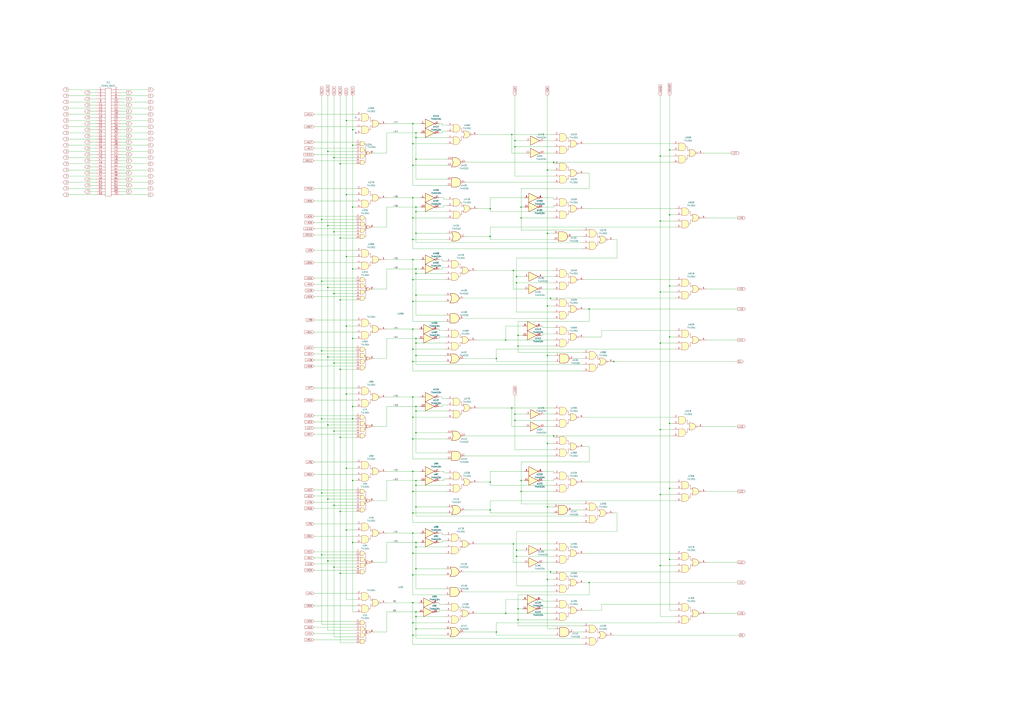
<source format=kicad_sch>
(kicad_sch (version 20250114) (generator "eeschema") (generator_version "9.0")
  (paper "A1")
  (title_block (date "2 aug 2016"))
  (junction (at 269.24 410.21))
  (junction (at 549.91 176.53))
  (junction (at 339.09 438.15))
  (junction (at 339.09 521.97))
  (junction (at 424.18 232.41))
  (junction (at 284.48 160.02))
  (junction (at 424.18 227.33))
  (junction (at 549.91 123.19))
  (junction (at 402.59 419.1))
  (junction (at 424.18 452.12))
  (junction (at 341.63 416.56))
  (junction (at 339.09 196.85))
  (junction (at 452.12 245.11))
  (junction (at 341.63 506.73))
  (junction (at 269.24 185.42))
  (junction (at 284.48 435.61))
  (junction (at 264.16 231.14))
  (junction (at 420.37 335.28))
  (junction (at 339.09 495.3))
  (junction (at 339.09 421.64))
  (junction (at 449.58 416.56))
  (junction (at 449.58 139.7))
  (junction (at 341.63 281.94))
  (junction (at 421.64 222.25))
  (junction (at 269.24 293.37))
  (junction (at 449.58 292.1))
  (junction (at 339.09 179.07))
  (junction (at 415.29 504.19))
  (junction (at 542.29 240.03))
  (junction (at 407.67 519.43))
  (junction (at 402.59 396.24))
  (junction (at 427.99 170.18))
  (junction (at 425.45 500.38))
  (junction (at 549.91 234.95))
  (junction (at 341.63 445.77))
  (junction (at 341.63 292.1))
  (junction (at 341.63 278.13))
  (junction (at 289.56 278.13))
  (junction (at 402.59 194.31))
  (junction (at 504.19 297.18))
  (junction (at 407.67 294.64))
  (junction (at 284.48 210.82))
  (junction (at 341.63 516.89))
  (junction (at 274.32 354.33))
  (junction (at 269.24 461.01))
  (junction (at 279.4 359.41))
  (junction (at 274.32 298.45))
  (junction (at 341.63 191.77))
  (junction (at 274.32 466.09))
  (junction (at 339.09 247.65))
  (junction (at 339.09 472.44))
  (junction (at 341.63 173.99))
  (junction (at 339.09 297.18))
  (junction (at 264.16 455.93))
  (junction (at 454.66 133.35))
  (junction (at 339.09 511.81))
  (junction (at 264.16 344.17))
  (junction (at 274.32 129.54))
  (junction (at 427.99 403.86))
  (junction (at 449.58 191.77))
  (junction (at 339.09 387.35))
  (junction (at 422.91 340.36))
  (junction (at 339.09 342.9))
  (junction (at 542.29 353.06))
  (junction (at 449.58 251.46))
  (junction (at 279.4 246.38))
  (junction (at 284.48 267.97))
  (junction (at 284.48 99.06))
  (junction (at 339.09 101.6))
  (junction (at 289.56 119.38))
  (junction (at 425.45 509.27))
  (junction (at 341.63 355.6))
  (junction (at 424.18 457.2))
  (junction (at 289.56 394.97))
  (junction (at 542.29 128.27))
  (junction (at 341.63 170.18))
  (junction (at 542.29 406.4))
  (junction (at 289.56 334.01))
  (junction (at 339.09 229.87))
  (junction (at 284.48 384.81))
  (junction (at 289.56 220.98))
  (junction (at 341.63 109.22))
  (junction (at 415.29 279.4))
  (junction (at 422.91 120.65))
  (junction (at 542.29 464.82))
  (junction (at 427.99 179.07))
  (junction (at 341.63 242.57))
  (junction (at 264.16 288.29))
  (junction (at 421.64 447.04))
  (junction (at 289.56 106.68))
  (junction (at 289.56 445.77))
  (junction (at 274.32 190.5))
  (junction (at 339.09 162.56))
  (junction (at 279.4 134.62))
  (junction (at 420.37 110.49))
  (junction (at 341.63 130.81))
  (junction (at 422.91 345.44))
  (junction (at 274.32 415.29))
  (junction (at 339.09 135.89))
  (junction (at 341.63 398.78))
  (junction (at 549.91 276.86))
  (junction (at 542.29 181.61))
  (junction (at 341.63 220.98))
  (junction (at 279.4 471.17))
  (junction (at 427.99 394.97))
  (junction (at 289.56 170.18))
  (junction (at 279.4 303.53))
  (junction (at 341.63 334.01))
  (junction (at 339.09 270.51))
  (junction (at 279.4 195.58))
  (junction (at 341.63 502.92))
  (junction (at 289.56 344.17))
  (junction (at 269.24 349.25))
  (junction (at 341.63 113.03))
  (junction (at 449.58 476.25))
  (junction (at 339.09 213.36))
  (junction (at 269.24 236.22))
  (junction (at 452.12 469.9))
  (junction (at 549.91 459.74))
  (junction (at 341.63 337.82))
  (junction (at 339.09 326.39))
  (junction (at 284.48 323.85))
  (junction (at 454.66 358.14))
  (junction (at 339.09 287.02))
  (junction (at 341.63 224.79))
  (junction (at 279.4 420.37))
  (junction (at 269.24 124.46))
  (junction (at 483.87 478.79))
  (junction (at 549.91 347.98))
  (junction (at 483.87 254))
  (junction (at 264.16 405.13))
  (junction (at 425.45 284.48))
  (junction (at 339.09 360.68))
  (junction (at 339.09 118.11))
  (junction (at 264.16 180.34))
  (junction (at 449.58 364.49))
  (junction (at 425.45 275.59))
  (junction (at 341.63 467.36))
  (junction (at 402.59 171.45))
  (junction (at 341.63 449.58))
  (junction (at 542.29 281.94))
  (junction (at 339.09 403.86))
  (junction (at 274.32 241.3))
  (junction (at 341.63 394.97))
  (junction (at 339.09 454.66))
  (junction (at 422.91 115.57))
  (junction (at 549.91 401.32))
  (no_connect (at 292.1 109.22))
  (no_connect (at 292.1 96.52))
  (wire (pts (xy 279.4 359.41) (xy 292.1 359.41)))
  (wire (pts (xy 264.16 288.29) (xy 264.16 344.17)))
  (wire (pts (xy 454.66 369.57) (xy 422.91 369.57)))
  (wire (pts (xy 99.06 152.4) (xy 104.14 152.4)))
  (wire (pts (xy 341.63 506.73) (xy 365.76 506.73)))
  (wire (pts (xy 289.56 344.17) (xy 289.56 394.97)))
  (wire (pts (xy 104.14 147.32) (xy 99.06 147.32)))
  (wire (pts (xy 279.4 246.38) (xy 279.4 303.53)))
  (wire (pts (xy 55.88 149.86) (xy 78.74 149.86)))
  (wire (pts (xy 425.45 500.38) (xy 429.26 500.38)))
  (wire (pts (xy 552.45 118.11) (xy 480.06 118.11)))
  (wire (pts (xy 257.81 285.75) (xy 292.1 285.75)))
  (wire (pts (xy 364.49 170.18) (xy 364.49 168.91)))
  (wire (pts (xy 494.03 271.78) (xy 494.03 276.86)))
  (wire (pts (xy 554.99 496.57) (xy 494.03 496.57)))
  (wire (pts (xy 363.22 102.87) (xy 367.03 102.87)))
  (wire (pts (xy 454.66 358.14) (xy 552.45 358.14)))
  (wire (pts (xy 431.8 350.52) (xy 420.37 350.52)))
  (wire (pts (xy 483.87 254) (xy 605.79 254)))
  (wire (pts (xy 341.63 334.01) (xy 345.44 334.01)))
  (wire (pts (xy 365.76 247.65) (xy 339.09 247.65)))
  (wire (pts (xy 422.91 78.74) (xy 422.91 115.57)))
  (wire (pts (xy 367.03 403.86) (xy 339.09 403.86)))
  (wire (pts (xy 454.66 179.07) (xy 427.99 179.07)))
  (wire (pts (xy 445.77 394.97) (xy 454.66 394.97)))
  (wire (pts (xy 365.76 264.16) (xy 339.09 264.16)))
  (wire (pts (xy 360.68 501.65) (xy 365.76 501.65)))
  (wire (pts (xy 341.63 281.94) (xy 365.76 281.94)))
  (wire (pts (xy 339.09 101.6) (xy 345.44 101.6)))
  (wire (pts (xy 274.32 354.33) (xy 274.32 415.29)))
  (wire (pts (xy 274.32 298.45) (xy 292.1 298.45)))
  (wire (pts (xy 554.99 506.73) (xy 542.29 506.73)))
  (wire (pts (xy 289.56 220.98) (xy 289.56 278.13)))
  (wire (pts (xy 365.76 483.87) (xy 341.63 483.87)))
  (wire (pts (xy 317.5 387.35) (xy 339.09 387.35)))
  (wire (pts (xy 554.99 511.81) (xy 407.67 511.81)))
  (wire (pts (xy 341.63 483.87) (xy 341.63 467.36)))
  (wire (pts (xy 264.16 455.93) (xy 264.16 513.08)))
  (wire (pts (xy 269.24 518.16) (xy 292.1 518.16)))
  (wire (pts (xy 506.73 421.64) (xy 506.73 436.88)))
  (wire (pts (xy 307.34 237.49) (xy 317.5 237.49)))
  (wire (pts (xy 449.58 364.49) (xy 449.58 416.56)))
  (wire (pts (xy 289.56 502.92) (xy 292.1 502.92)))
  (wire (pts (xy 317.5 350.52) (xy 317.5 334.01)))
  (wire (pts (xy 257.81 295.91) (xy 292.1 295.91)))
  (wire (pts (xy 339.09 270.51) (xy 339.09 287.02)))
  (wire (pts (xy 121.92 129.54) (xy 99.06 129.54)))
  (wire (pts (xy 274.32 415.29) (xy 292.1 415.29)))
  (wire (pts (xy 480.06 229.87) (xy 554.99 229.87)))
  (wire (pts (xy 549.91 234.95) (xy 554.99 234.95)))
  (wire (pts (xy 73.66 157.48) (xy 78.74 157.48)))
  (wire (pts (xy 269.24 78.74) (xy 269.24 124.46)))
  (wire (pts (xy 339.09 495.3) (xy 344.17 495.3)))
  (wire (pts (xy 279.4 420.37) (xy 279.4 471.17)))
  (wire (pts (xy 78.74 147.32) (xy 73.66 147.32)))
  (wire (pts (xy 257.81 407.67) (xy 292.1 407.67)))
  (wire (pts (xy 341.63 398.78) (xy 341.63 416.56)))
  (wire (pts (xy 363.22 213.36) (xy 363.22 214.63)))
  (wire (pts (xy 317.5 109.22) (xy 341.63 109.22)))
  (wire (pts (xy 257.81 389.89) (xy 292.1 389.89)))
  (wire (pts (xy 407.67 519.43) (xy 381 519.43)))
  (wire (pts (xy 257.81 187.96) (xy 292.1 187.96)))
  (wire (pts (xy 381 486.41) (xy 454.66 486.41)))
  (wire (pts (xy 121.92 124.46) (xy 99.06 124.46)))
  (wire (pts (xy 257.81 412.75) (xy 292.1 412.75)))
  (wire (pts (xy 104.14 137.16) (xy 99.06 137.16)))
  (wire (pts (xy 264.16 78.74) (xy 264.16 180.34)))
  (wire (pts (xy 257.81 346.71) (xy 292.1 346.71)))
  (wire (pts (xy 257.81 273.05) (xy 292.1 273.05)))
  (wire (pts (xy 367.03 179.07) (xy 339.09 179.07)))
  (wire (pts (xy 279.4 359.41) (xy 279.4 420.37)))
  (wire (pts (xy 360.68 334.01) (xy 363.22 334.01)))
  (wire (pts (xy 339.09 264.16) (xy 339.09 247.65)))
  (wire (pts (xy 365.76 467.36) (xy 341.63 467.36)))
  (wire (pts (xy 554.99 469.9) (xy 452.12 469.9)))
  (wire (pts (xy 264.16 344.17) (xy 264.16 405.13)))
  (wire (pts (xy 257.81 116.84) (xy 292.1 116.84)))
  (wire (pts (xy 121.92 88.9) (xy 99.06 88.9)))
  (wire (pts (xy 289.56 119.38) (xy 289.56 170.18)))
  (wire (pts (xy 341.63 394.97) (xy 345.44 394.97)))
  (wire (pts (xy 381 261.62) (xy 454.66 261.62)))
  (wire (pts (xy 402.59 194.31) (xy 382.27 194.31)))
  (wire (pts (xy 483.87 478.79) (xy 605.79 478.79)))
  (wire (pts (xy 104.14 157.48) (xy 99.06 157.48)))
  (wire (pts (xy 367.03 191.77) (xy 341.63 191.77)))
  (wire (pts (xy 580.39 504.19) (xy 605.79 504.19)))
  (wire (pts (xy 382.27 133.35) (xy 454.66 133.35)))
  (wire (pts (xy 454.66 509.27) (xy 425.45 509.27)))
  (wire (pts (xy 580.39 237.49) (xy 605.79 237.49)))
  (wire (pts (xy 289.56 344.17) (xy 292.1 344.17)))
  (wire (pts (xy 341.63 506.73) (xy 341.63 516.89)))
  (wire (pts (xy 424.18 232.41) (xy 454.66 232.41)))
  (wire (pts (xy 365.76 224.79) (xy 341.63 224.79)))
  (wire (pts (xy 554.99 287.02) (xy 407.67 287.02)))
  (wire (pts (xy 359.41 270.51) (xy 360.68 270.51)))
  (wire (pts (xy 284.48 384.81) (xy 284.48 435.61)))
  (wire (pts (xy 445.77 227.33) (xy 454.66 227.33)))
  (wire (pts (xy 341.63 173.99) (xy 341.63 170.18)))
  (wire (pts (xy 339.09 118.11) (xy 339.09 135.89)))
  (wire (pts (xy 341.63 292.1) (xy 341.63 299.72)))
  (wire (pts (xy 506.73 436.88) (xy 424.18 436.88)))
  (wire (pts (xy 279.4 246.38) (xy 292.1 246.38)))
  (wire (pts (xy 339.09 360.68) (xy 339.09 377.19)))
  (wire (pts (xy 257.81 104.14) (xy 292.1 104.14)))
  (wire (pts (xy 454.66 170.18) (xy 454.66 168.91)))
  (wire (pts (xy 55.88 129.54) (xy 78.74 129.54)))
  (wire (pts (xy 454.66 134.62) (xy 454.66 133.35)))
  (wire (pts (xy 542.29 240.03) (xy 554.99 240.03)))
  (wire (pts (xy 580.39 462.28) (xy 605.79 462.28)))
  (wire (pts (xy 279.4 134.62) (xy 279.4 195.58)))
  (wire (pts (xy 449.58 476.25) (xy 454.66 476.25)))
  (wire (pts (xy 454.66 144.78) (xy 422.91 144.78)))
  (wire (pts (xy 454.66 398.78) (xy 402.59 398.78)))
  (wire (pts (xy 542.29 353.06) (xy 552.45 353.06)))
  (wire (pts (xy 284.48 435.61) (xy 292.1 435.61)))
  (wire (pts (xy 360.68 445.77) (xy 363.22 445.77)))
  (wire (pts (xy 483.87 488.95) (xy 425.45 488.95)))
  (wire (pts (xy 402.59 196.85) (xy 402.59 194.31)))
  (wire (pts (xy 317.5 278.13) (xy 341.63 278.13)))
  (wire (pts (xy 552.45 342.9) (xy 480.06 342.9)))
  (wire (pts (xy 339.09 454.66) (xy 339.09 438.15)))
  (wire (pts (xy 422.91 115.57) (xy 431.8 115.57)))
  (wire (pts (xy 269.24 293.37) (xy 269.24 349.25)))
  (wire (pts (xy 449.58 476.25) (xy 449.58 516.89)))
  (wire (pts (xy 269.24 461.01) (xy 292.1 461.01)))
  (wire (pts (xy 402.59 398.78) (xy 402.59 396.24)))
  (wire (pts (xy 577.85 350.52) (xy 605.79 350.52)))
  (wire (pts (xy 365.76 242.57) (xy 341.63 242.57)))
  (wire (pts (xy 317.5 101.6) (xy 339.09 101.6)))
  (wire (pts (xy 279.4 528.32) (xy 292.1 528.32)))
  (wire (pts (xy 454.66 403.86) (xy 427.99 403.86)))
  (wire (pts (xy 359.41 502.92) (xy 360.68 502.92)))
  (wire (pts (xy 542.29 406.4) (xy 542.29 464.82)))
  (wire (pts (xy 506.73 421.64) (xy 504.19 421.64)))
  (wire (pts (xy 284.48 492.76) (xy 292.1 492.76)))
  (wire (pts (xy 367.03 196.85) (xy 339.09 196.85)))
  (wire (pts (xy 360.68 495.3) (xy 360.68 496.57)))
  (wire (pts (xy 421.64 237.49) (xy 421.64 222.25)))
  (wire (pts (xy 359.41 278.13) (xy 360.68 278.13)))
  (wire (pts (xy 55.88 134.62) (xy 78.74 134.62)))
  (wire (pts (xy 121.92 104.14) (xy 99.06 104.14)))
  (wire (pts (xy 367.03 135.89) (xy 339.09 135.89)))
  (wire (pts (xy 420.37 110.49) (xy 454.66 110.49)))
  (wire (pts (xy 359.41 495.3) (xy 360.68 495.3)))
  (wire (pts (xy 549.91 459.74) (xy 549.91 501.65)))
  (wire (pts (xy 363.22 107.95) (xy 367.03 107.95)))
  (wire (pts (xy 307.34 519.43) (xy 317.5 519.43)))
  (wire (pts (xy 360.68 326.39) (xy 363.22 326.39)))
  (wire (pts (xy 478.79 524.51) (xy 341.63 524.51)))
  (wire (pts (xy 402.59 421.64) (xy 454.66 421.64)))
  (wire (pts (xy 447.04 125.73) (xy 454.66 125.73)))
  (wire (pts (xy 257.81 520.7) (xy 292.1 520.7)))
  (wire (pts (xy 73.66 106.68) (xy 78.74 106.68)))
  (wire (pts (xy 279.4 195.58) (xy 292.1 195.58)))
  (wire (pts (xy 121.92 139.7) (xy 99.06 139.7)))
  (wire (pts (xy 429.26 492.76) (xy 415.29 492.76)))
  (wire (pts (xy 284.48 267.97) (xy 292.1 267.97)))
  (wire (pts (xy 363.22 101.6) (xy 363.22 102.87)))
  (wire (pts (xy 104.14 106.68) (xy 99.06 106.68)))
  (wire (pts (xy 424.18 227.33) (xy 424.18 232.41)))
  (wire (pts (xy 424.18 227.33) (xy 430.53 227.33)))
  (wire (pts (xy 494.03 501.65) (xy 480.06 501.65)))
  (wire (pts (xy 480.06 367.03) (xy 483.87 367.03)))
  (wire (pts (xy 363.22 332.74) (xy 363.22 334.01)))
  (wire (pts (xy 104.14 76.2) (xy 99.06 76.2)))
  (wire (pts (xy 392.43 335.28) (xy 420.37 335.28)))
  (wire (pts (xy 391.16 504.19) (xy 415.29 504.19)))
  (wire (pts (xy 269.24 349.25) (xy 292.1 349.25)))
  (wire (pts (xy 454.66 359.41) (xy 454.66 358.14)))
  (wire (pts (xy 365.76 488.95) (xy 339.09 488.95)))
  (wire (pts (xy 341.63 224.79) (xy 341.63 242.57)))
  (wire (pts (xy 454.66 256.54) (xy 424.18 256.54)))
  (wire (pts (xy 391.16 279.4) (xy 415.29 279.4)))
  (wire (pts (xy 257.81 328.93) (xy 292.1 328.93)))
  (wire (pts (xy 257.81 318.77) (xy 292.1 318.77)))
  (wire (pts (xy 360.68 109.22) (xy 363.22 109.22)))
  (wire (pts (xy 257.81 525.78) (xy 292.1 525.78)))
  (wire (pts (xy 341.63 224.79) (xy 341.63 220.98)))
  (wire (pts (xy 284.48 210.82) (xy 292.1 210.82)))
  (wire (pts (xy 430.53 462.28) (xy 421.64 462.28)))
  (wire (pts (xy 449.58 139.7) (xy 454.66 139.7)))
  (wire (pts (xy 402.59 387.35) (xy 402.59 396.24)))
  (wire (pts (xy 274.32 129.54) (xy 274.32 190.5)))
  (wire (pts (xy 421.64 222.25) (xy 454.66 222.25)))
  (wire (pts (xy 289.56 106.68) (xy 292.1 106.68)))
  (wire (pts (xy 449.58 292.1) (xy 455.93 292.1)))
  (wire (pts (xy 317.5 438.15) (xy 339.09 438.15)))
  (wire (pts (xy 257.81 463.55) (xy 292.1 463.55)))
  (wire (pts (xy 289.56 278.13) (xy 289.56 334.01)))
  (wire (pts (xy 415.29 267.97) (xy 415.29 279.4)))
  (wire (pts (xy 402.59 419.1) (xy 382.27 419.1)))
  (wire (pts (xy 554.99 271.78) (xy 494.03 271.78)))
  (wire (pts (xy 55.88 104.14) (xy 78.74 104.14)))
  (wire (pts (xy 274.32 78.74) (xy 274.32 129.54)))
  (wire (pts (xy 73.66 76.2) (xy 78.74 76.2)))
  (wire (pts (xy 427.99 179.07) (xy 427.99 189.23)))
  (wire (pts (xy 549.91 347.98) (xy 552.45 347.98)))
  (wire (pts (xy 425.45 289.56) (xy 425.45 284.48)))
  (wire (pts (xy 104.14 121.92) (xy 99.06 121.92)))
  (wire (pts (xy 121.92 160.02) (xy 99.06 160.02)))
  (wire (pts (xy 449.58 139.7) (xy 449.58 191.77)))
  (wire (pts (xy 427.99 394.97) (xy 427.99 403.86)))
  (wire (pts (xy 360.68 438.15) (xy 363.22 438.15)))
  (wire (pts (xy 367.03 337.82) (xy 341.63 337.82)))
  (wire (pts (xy 542.29 506.73) (xy 542.29 464.82)))
  (wire (pts (xy 367.03 113.03) (xy 341.63 113.03)))
  (wire (pts (xy 289.56 170.18) (xy 289.56 220.98)))
  (wire (pts (xy 554.99 281.94) (xy 542.29 281.94)))
  (wire (pts (xy 381 245.11) (xy 452.12 245.11)))
  (wire (pts (xy 264.16 405.13) (xy 292.1 405.13)))
  (wire (pts (xy 420.37 335.28) (xy 454.66 335.28)))
  (wire (pts (xy 365.76 472.44) (xy 339.09 472.44)))
  (wire (pts (xy 494.03 496.57) (xy 494.03 501.65)))
  (wire (pts (xy 415.29 492.76) (xy 415.29 504.19)))
  (wire (pts (xy 422.91 340.36) (xy 431.8 340.36)))
  (wire (pts (xy 257.81 453.39) (xy 292.1 453.39)))
  (wire (pts (xy 407.67 521.97) (xy 455.93 521.97)))
  (wire (pts (xy 422.91 120.65) (xy 454.66 120.65)))
  (wire (pts (xy 289.56 445.77) (xy 292.1 445.77)))
  (wire (pts (xy 269.24 124.46) (xy 292.1 124.46)))
  (wire (pts (xy 274.32 190.5) (xy 292.1 190.5)))
  (wire (pts (xy 445.77 387.35) (xy 454.66 387.35)))
  (wire (pts (xy 341.63 278.13) (xy 341.63 281.94)))
  (wire (pts (xy 407.67 294.64) (xy 381 294.64)))
  (wire (pts (xy 504.19 521.97) (xy 607.06 521.97)))
  (wire (pts (xy 422.91 369.57) (xy 422.91 345.44)))
  (wire (pts (xy 367.03 421.64) (xy 339.09 421.64)))
  (wire (pts (xy 257.81 262.89) (xy 292.1 262.89)))
  (wire (pts (xy 269.24 236.22) (xy 292.1 236.22)))
  (wire (pts (xy 284.48 160.02) (xy 284.48 210.82)))
  (wire (pts (xy 402.59 396.24) (xy 392.43 396.24)))
  (wire (pts (xy 121.92 154.94) (xy 99.06 154.94)))
  (wire (pts (xy 317.5 411.48) (xy 317.5 394.97)))
  (wire (pts (xy 257.81 440.69) (xy 292.1 440.69)))
  (wire (pts (xy 339.09 162.56) (xy 339.09 179.07)))
  (wire (pts (xy 341.63 199.39) (xy 341.63 191.77)))
  (wire (pts (xy 257.81 497.84) (xy 292.1 497.84)))
  (wire (pts (xy 284.48 323.85) (xy 284.48 384.81)))
  (wire (pts (xy 447.04 340.36) (xy 454.66 340.36)))
  (wire (pts (xy 279.4 303.53) (xy 292.1 303.53)))
  (wire (pts (xy 289.56 78.74) (xy 289.56 106.68)))
  (wire (pts (xy 422.91 340.36) (xy 422.91 345.44)))
  (wire (pts (xy 449.58 251.46) (xy 449.58 292.1)))
  (wire (pts (xy 317.5 326.39) (xy 339.09 326.39)))
  (wire (pts (xy 339.09 326.39) (xy 345.44 326.39)))
  (wire (pts (xy 274.32 466.09) (xy 292.1 466.09)))
  (wire (pts (xy 427.99 394.97) (xy 430.53 394.97)))
  (wire (pts (xy 317.5 495.3) (xy 339.09 495.3)))
  (wire (pts (xy 421.64 462.28) (xy 421.64 447.04)))
  (wire (pts (xy 284.48 160.02) (xy 292.1 160.02)))
  (wire (pts (xy 104.14 142.24) (xy 99.06 142.24)))
  (wire (pts (xy 341.63 502.92) (xy 341.63 506.73)))
  (wire (pts (xy 365.76 521.97) (xy 339.09 521.97)))
  (wire (pts (xy 454.66 246.38) (xy 452.12 246.38)))
  (wire (pts (xy 341.63 220.98) (xy 345.44 220.98)))
  (wire (pts (xy 264.16 513.08) (xy 292.1 513.08)))
  (wire (pts (xy 274.32 298.45) (xy 274.32 354.33)))
  (wire (pts (xy 478.79 304.8) (xy 339.09 304.8)))
  (wire (pts (xy 317.5 502.92) (xy 341.63 502.92)))
  (wire (pts (xy 317.5 186.69) (xy 317.5 170.18)))
  (wire (pts (xy 317.5 294.64) (xy 317.5 278.13)))
  (wire (pts (xy 289.56 445.77) (xy 289.56 502.92)))
  (wire (pts (xy 542.29 406.4) (xy 554.99 406.4)))
  (wire (pts (xy 269.24 293.37) (xy 292.1 293.37)))
  (wire (pts (xy 284.48 384.81) (xy 292.1 384.81)))
  (wire (pts (xy 360.68 213.36) (xy 363.22 213.36)))
  (wire (pts (xy 269.24 349.25) (xy 269.24 410.21)))
  (wire (pts (xy 367.03 416.56) (xy 341.63 416.56)))
  (wire (pts (xy 449.58 292.1) (xy 449.58 364.49)))
  (wire (pts (xy 339.09 101.6) (xy 339.09 118.11)))
  (wire (pts (xy 339.09 270.51) (xy 344.17 270.51)))
  (wire (pts (xy 274.32 241.3) (xy 292.1 241.3)))
  (wire (pts (xy 104.14 86.36) (xy 99.06 86.36)))
  (wire (pts (xy 407.67 294.64) (xy 407.67 297.18)))
  (wire (pts (xy 554.99 245.11) (xy 452.12 245.11)))
  (wire (pts (xy 580.39 179.07) (xy 605.79 179.07)))
  (wire (pts (xy 257.81 510.54) (xy 292.1 510.54)))
  (wire (pts (xy 483.87 142.24) (xy 483.87 154.94)))
  (wire (pts (xy 549.91 123.19) (xy 549.91 176.53)))
  (wire (pts (xy 478.79 289.56) (xy 425.45 289.56)))
  (wire (pts (xy 483.87 254) (xy 483.87 264.16)))
  (wire (pts (xy 363.22 444.5) (xy 365.76 444.5)))
  (wire (pts (xy 360.68 170.18) (xy 364.49 170.18)))
  (wire (pts (xy 454.66 162.56) (xy 454.66 163.83)))
  (wire (pts (xy 341.63 109.22) (xy 345.44 109.22)))
  (wire (pts (xy 454.66 387.35) (xy 454.66 388.62)))
  (wire (pts (xy 269.24 461.01) (xy 269.24 518.16)))
  (wire (pts (xy 264.16 405.13) (xy 264.16 455.93)))
  (wire (pts (xy 478.79 429.26) (xy 339.09 429.26)))
  (wire (pts (xy 73.66 101.6) (xy 78.74 101.6)))
  (wire (pts (xy 339.09 204.47) (xy 339.09 196.85)))
  (wire (pts (xy 339.09 297.18) (xy 339.09 304.8)))
  (wire (pts (xy 341.63 516.89) (xy 341.63 524.51)))
  (wire (pts (xy 506.73 196.85) (xy 504.19 196.85)))
  (wire (pts (xy 424.18 457.2) (xy 424.18 481.33)))
  (wire (pts (xy 367.03 118.11) (xy 339.09 118.11)))
  (wire (pts (xy 257.81 351.79) (xy 292.1 351.79)))
  (wire (pts (xy 391.16 447.04) (xy 421.64 447.04)))
  (wire (pts (xy 257.81 243.84) (xy 292.1 243.84)))
  (wire (pts (xy 339.09 429.26) (xy 339.09 421.64)))
  (wire (pts (xy 269.24 185.42) (xy 292.1 185.42)))
  (wire (pts (xy 502.92 297.18) (xy 504.19 297.18)))
  (wire (pts (xy 471.17 294.64) (xy 478.79 294.64)))
  (wire (pts (xy 365.76 511.81) (xy 339.09 511.81)))
  (wire (pts (xy 478.79 514.35) (xy 425.45 514.35)))
  (wire (pts (xy 425.45 488.95) (xy 425.45 500.38)))
  (wire (pts (xy 317.5 170.18) (xy 341.63 170.18)))
  (wire (pts (xy 454.66 394.97) (xy 454.66 393.7)))
  (wire (pts (xy 447.04 115.57) (xy 454.66 115.57)))
  (wire (pts (xy 542.29 406.4) (xy 542.29 353.06)))
  (wire (pts (xy 269.24 410.21) (xy 292.1 410.21)))
  (wire (pts (xy 317.5 334.01) (xy 341.63 334.01)))
  (wire (pts (xy 542.29 181.61) (xy 542.29 128.27)))
  (wire (pts (xy 367.03 130.81) (xy 341.63 130.81)))
  (wire (pts (xy 257.81 215.9) (xy 292.1 215.9)))
  (wire (pts (xy 257.81 417.83) (xy 292.1 417.83)))
  (wire (pts (xy 365.76 287.02) (xy 339.09 287.02)))
  (wire (pts (xy 360.68 501.65) (xy 360.68 502.92)))
  (wire (pts (xy 341.63 502.92) (xy 344.17 502.92)))
  (wire (pts (xy 264.16 288.29) (xy 292.1 288.29)))
  (wire (pts (xy 365.76 516.89) (xy 341.63 516.89)))
  (wire (pts (xy 367.03 377.19) (xy 339.09 377.19)))
  (wire (pts (xy 339.09 403.86) (xy 339.09 421.64)))
  (wire (pts (xy 445.77 269.24) (xy 454.66 269.24)))
  (wire (pts (xy 269.24 236.22) (xy 269.24 293.37)))
  (wire (pts (xy 289.56 394.97) (xy 292.1 394.97)))
  (wire (pts (xy 480.06 142.24) (xy 483.87 142.24)))
  (wire (pts (xy 469.9 194.31) (xy 478.79 194.31)))
  (wire (pts (xy 445.77 494.03) (xy 454.66 494.03)))
  (wire (pts (xy 402.59 196.85) (xy 454.66 196.85)))
  (wire (pts (xy 274.32 415.29) (xy 274.32 466.09)))
  (wire (pts (xy 257.81 193.04) (xy 292.1 193.04)))
  (wire (pts (xy 360.68 394.97) (xy 364.49 394.97)))
  (wire (pts (xy 363.22 220.98) (xy 363.22 219.71)))
  (wire (pts (xy 452.12 471.17) (xy 452.12 469.9)))
  (wire (pts (xy 542.29 78.74) (xy 542.29 128.27)))
  (wire (pts (xy 264.16 455.93) (xy 292.1 455.93)))
  (wire (pts (xy 73.66 81.28) (xy 78.74 81.28)))
  (wire (pts (xy 549.91 78.74) (xy 549.91 123.19)))
  (wire (pts (xy 483.87 264.16) (xy 425.45 264.16)))
  (wire (pts (xy 407.67 287.02) (xy 407.67 294.64)))
  (wire (pts (xy 257.81 182.88) (xy 292.1 182.88)))
  (wire (pts (xy 483.87 154.94) (xy 427.99 154.94)))
  (wire (pts (xy 425.45 275.59) (xy 429.26 275.59)))
  (wire (pts (xy 427.99 379.73) (xy 427.99 394.97)))
  (wire (pts (xy 454.66 284.48) (xy 425.45 284.48)))
  (wire (pts (xy 257.81 300.99) (xy 292.1 300.99)))
  (wire (pts (xy 104.14 101.6) (xy 99.06 101.6)))
  (wire (pts (xy 73.66 137.16) (xy 78.74 137.16)))
  (wire (pts (xy 425.45 264.16) (xy 425.45 275.59)))
  (wire (pts (xy 364.49 393.7) (xy 367.03 393.7)))
  (wire (pts (xy 264.16 344.17) (xy 289.56 344.17)))
  (wire (pts (xy 317.5 125.73) (xy 317.5 109.22)))
  (wire (pts (xy 427.99 170.18) (xy 430.53 170.18)))
  (wire (pts (xy 284.48 435.61) (xy 284.48 492.76)))
  (wire (pts (xy 424.18 452.12) (xy 430.53 452.12)))
  (wire (pts (xy 341.63 449.58) (xy 341.63 445.77)))
  (wire (pts (xy 104.14 127) (xy 99.06 127)))
  (wire (pts (xy 364.49 168.91) (xy 367.03 168.91)))
  (wire (pts (xy 445.77 237.49) (xy 454.66 237.49)))
  (wire (pts (xy 55.88 139.7) (xy 78.74 139.7)))
  (wire (pts (xy 360.68 101.6) (xy 363.22 101.6)))
  (wire (pts (xy 480.06 478.79) (xy 483.87 478.79)))
  (wire (pts (xy 289.56 170.18) (xy 292.1 170.18)))
  (wire (pts (xy 363.22 214.63) (xy 365.76 214.63)))
  (wire (pts (xy 449.58 191.77) (xy 449.58 251.46)))
  (wire (pts (xy 121.92 119.38) (xy 99.06 119.38)))
  (wire (pts (xy 430.53 162.56) (xy 402.59 162.56)))
  (wire (pts (xy 421.64 447.04) (xy 454.66 447.04)))
  (wire (pts (xy 478.79 299.72) (xy 341.63 299.72)))
  (wire (pts (xy 339.09 229.87) (xy 339.09 213.36)))
  (wire (pts (xy 289.56 106.68) (xy 289.56 119.38)))
  (wire (pts (xy 454.66 481.33) (xy 424.18 481.33)))
  (wire (pts (xy 307.34 186.69) (xy 317.5 186.69)))
  (wire (pts (xy 55.88 119.38) (xy 78.74 119.38)))
  (wire (pts (xy 449.58 416.56) (xy 449.58 476.25)))
  (wire (pts (xy 549.91 123.19) (xy 552.45 123.19)))
  (wire (pts (xy 415.29 504.19) (xy 454.66 504.19)))
  (wire (pts (xy 365.76 229.87) (xy 339.09 229.87)))
  (wire (pts (xy 422.91 325.12) (xy 422.91 340.36)))
  (wire (pts (xy 121.92 149.86) (xy 99.06 149.86)))
  (wire (pts (xy 339.09 342.9) (xy 339.09 360.68)))
  (wire (pts (xy 257.81 93.98) (xy 292.1 93.98)))
  (wire (pts (xy 269.24 124.46) (xy 269.24 185.42)))
  (wire (pts (xy 549.91 401.32) (xy 554.99 401.32)))
  (wire (pts (xy 494.03 276.86) (xy 480.06 276.86)))
  (wire (pts (xy 360.68 162.56) (xy 364.49 162.56)))
  (wire (pts (xy 480.06 396.24) (xy 554.99 396.24)))
  (wire (pts (xy 73.66 96.52) (xy 78.74 96.52)))
  (wire (pts (xy 289.56 394.97) (xy 289.56 445.77)))
  (wire (pts (xy 339.09 213.36) (xy 345.44 213.36)))
  (wire (pts (xy 257.81 341.63) (xy 292.1 341.63)))
  (wire (pts (xy 257.81 458.47) (xy 292.1 458.47)))
  (wire (pts (xy 257.81 165.1) (xy 292.1 165.1)))
  (wire (pts (xy 341.63 445.77) (xy 345.44 445.77)))
  (wire (pts (xy 257.81 233.68) (xy 292.1 233.68)))
  (wire (pts (xy 121.92 134.62) (xy 99.06 134.62)))
  (wire (pts (xy 317.5 237.49) (xy 317.5 220.98)))
  (wire (pts (xy 445.77 267.97) (xy 445.77 269.24)))
  (wire (pts (xy 279.4 303.53) (xy 279.4 359.41)))
  (wire (pts (xy 549.91 459.74) (xy 554.99 459.74)))
  (wire (pts (xy 78.74 142.24) (xy 73.66 142.24)))
  (wire (pts (xy 549.91 234.95) (xy 549.91 276.86)))
  (wire (pts (xy 445.77 170.18) (xy 454.66 170.18)))
  (wire (pts (xy 367.03 152.4) (xy 339.09 152.4)))
  (wire (pts (xy 269.24 185.42) (xy 269.24 236.22)))
  (wire (pts (xy 274.32 129.54) (xy 292.1 129.54)))
  (wire (pts (xy 382.27 149.86) (xy 454.66 149.86)))
  (wire (pts (xy 431.8 125.73) (xy 420.37 125.73)))
  (wire (pts (xy 284.48 78.74) (xy 284.48 99.06)))
  (wire (pts (xy 339.09 179.07) (xy 339.09 196.85)))
  (wire (pts (xy 360.68 276.86) (xy 365.76 276.86)))
  (wire (pts (xy 365.76 292.1) (xy 341.63 292.1)))
  (wire (pts (xy 449.58 191.77) (xy 454.66 191.77)))
  (wire (pts (xy 279.4 78.74) (xy 279.4 134.62)))
  (wire (pts (xy 257.81 379.73) (xy 292.1 379.73)))
  (wire (pts (xy 289.56 119.38) (xy 292.1 119.38)))
  (wire (pts (xy 422.91 144.78) (xy 422.91 120.65)))
  (wire (pts (xy 264.16 231.14) (xy 264.16 288.29)))
  (wire (pts (xy 382.27 374.65) (xy 454.66 374.65)))
  (wire (pts (xy 445.77 452.12) (xy 454.66 452.12)))
  (wire (pts (xy 289.56 220.98) (xy 292.1 220.98)))
  (wire (pts (xy 415.29 279.4) (xy 454.66 279.4)))
  (wire (pts (xy 257.81 132.08) (xy 292.1 132.08)))
  (wire (pts (xy 429.26 267.97) (xy 415.29 267.97)))
  (wire (pts (xy 364.49 388.62) (xy 367.03 388.62)))
  (wire (pts (xy 420.37 350.52) (xy 420.37 335.28)))
  (wire (pts (xy 478.79 204.47) (xy 339.09 204.47)))
  (wire (pts (xy 339.09 511.81) (xy 339.09 521.97)))
  (wire (pts (xy 341.63 130.81) (xy 341.63 147.32)))
  (wire (pts (xy 121.92 114.3) (xy 99.06 114.3)))
  (wire (pts (xy 363.22 445.77) (xy 363.22 444.5)))
  (wire (pts (xy 427.99 403.86) (xy 427.99 414.02)))
  (wire (pts (xy 317.5 445.77) (xy 341.63 445.77)))
  (wire (pts (xy 341.63 281.94) (xy 341.63 292.1)))
  (wire (pts (xy 264.16 231.14) (xy 292.1 231.14)))
  (wire (pts (xy 444.5 275.59) (xy 445.77 275.59)))
  (wire (pts (xy 341.63 170.18) (xy 345.44 170.18)))
  (wire (pts (xy 341.63 449.58) (xy 341.63 467.36)))
  (wire (pts (xy 55.88 124.46) (xy 78.74 124.46)))
  (wire (pts (xy 445.77 462.28) (xy 454.66 462.28)))
  (wire (pts (xy 445.77 499.11) (xy 454.66 499.11)))
  (wire (pts (xy 445.77 274.32) (xy 445.77 275.59)))
  (wire (pts (xy 73.66 127) (xy 78.74 127)))
  (wire (pts (xy 580.39 403.86) (xy 605.79 403.86)))
  (wire (pts (xy 104.14 132.08) (xy 99.06 132.08)))
  (wire (pts (xy 257.81 515.62) (xy 292.1 515.62)))
  (wire (pts (xy 339.09 495.3) (xy 339.09 511.81)))
  (wire (pts (xy 317.5 270.51) (xy 339.09 270.51)))
  (wire (pts (xy 104.14 116.84) (xy 99.06 116.84)))
  (wire (pts (xy 478.79 424.18) (xy 341.63 424.18)))
  (wire (pts (xy 422.91 115.57) (xy 422.91 120.65)))
  (wire (pts (xy 104.14 81.28) (xy 99.06 81.28)))
  (wire (pts (xy 542.29 181.61) (xy 542.29 240.03)))
  (wire (pts (xy 274.32 523.24) (xy 292.1 523.24)))
  (wire (pts (xy 55.88 73.66) (xy 78.74 73.66)))
  (wire (pts (xy 307.34 462.28) (xy 317.5 462.28)))
  (wire (pts (xy 478.79 529.59) (xy 339.09 529.59)))
  (wire (pts (xy 279.4 134.62) (xy 292.1 134.62)))
  (wire (pts (xy 554.99 186.69) (xy 402.59 186.69)))
  (wire (pts (xy 73.66 111.76) (xy 78.74 111.76)))
  (wire (pts (xy 121.92 78.74) (xy 99.06 78.74)))
  (wire (pts (xy 360.68 271.78) (xy 365.76 271.78)))
  (wire (pts (xy 307.34 350.52) (xy 317.5 350.52)))
  (wire (pts (xy 483.87 379.73) (xy 427.99 379.73)))
  (wire (pts (xy 284.48 210.82) (xy 284.48 267.97)))
  (wire (pts (xy 104.14 96.52) (xy 99.06 96.52)))
  (wire (pts (xy 364.49 387.35) (xy 364.49 388.62)))
  (wire (pts (xy 341.63 173.99) (xy 341.63 191.77)))
  (wire (pts (xy 444.5 500.38) (xy 445.77 500.38)))
  (wire (pts (xy 121.92 73.66) (xy 99.06 73.66)))
  (wire (pts (xy 289.56 278.13) (xy 292.1 278.13)))
  (wire (pts (xy 317.5 213.36) (xy 339.09 213.36)))
  (wire (pts (xy 407.67 297.18) (xy 455.93 297.18)))
  (wire (pts (xy 289.56 334.01) (xy 292.1 334.01)))
  (wire (pts (xy 257.81 177.8) (xy 292.1 177.8)))
  (wire (pts (xy 360.68 387.35) (xy 364.49 387.35)))
  (wire (pts (xy 549.91 176.53) (xy 549.91 234.95)))
  (wire (pts (xy 257.81 468.63) (xy 292.1 468.63)))
  (wire (pts (xy 341.63 113.03) (xy 341.63 130.81)))
  (wire (pts (xy 452.12 246.38) (xy 452.12 245.11)))
  (wire (pts (xy 402.59 411.48) (xy 402.59 419.1)))
  (wire (pts (xy 55.88 160.02) (xy 78.74 160.02)))
  (wire (pts (xy 483.87 478.79) (xy 483.87 488.95)))
  (wire (pts (xy 363.22 439.42) (xy 365.76 439.42)))
  (wire (pts (xy 257.81 430.53) (xy 292.1 430.53)))
  (wire (pts (xy 542.29 464.82) (xy 554.99 464.82)))
  (wire (pts (xy 341.63 398.78) (xy 341.63 394.97)))
  (wire (pts (xy 542.29 281.94) (xy 542.29 240.03)))
  (wire (pts (xy 365.76 297.18) (xy 339.09 297.18)))
  (wire (pts (xy 425.45 514.35) (xy 425.45 509.27)))
  (wire (pts (xy 360.68 270.51) (xy 360.68 271.78)))
  (wire (pts (xy 341.63 278.13) (xy 344.17 278.13)))
  (wire (pts (xy 542.29 128.27) (xy 552.45 128.27)))
  (wire (pts (xy 73.66 152.4) (xy 78.74 152.4)))
  (wire (pts (xy 284.48 323.85) (xy 292.1 323.85)))
  (wire (pts (xy 444.5 267.97) (xy 445.77 267.97)))
  (wire (pts (xy 549.91 401.32) (xy 549.91 459.74)))
  (wire (pts (xy 55.88 99.06) (xy 78.74 99.06)))
  (wire (pts (xy 483.87 367.03) (xy 483.87 379.73)))
  (wire (pts (xy 363.22 326.39) (xy 363.22 327.66)))
  (wire (pts (xy 317.5 162.56) (xy 339.09 162.56)))
  (wire (pts (xy 339.09 162.56) (xy 345.44 162.56)))
  (wire (pts (xy 364.49 394.97) (xy 364.49 393.7)))
  (wire (pts (xy 55.88 93.98) (xy 78.74 93.98)))
  (wire (pts (xy 506.73 196.85) (xy 506.73 212.09)))
  (wire (pts (xy 257.81 487.68) (xy 292.1 487.68)))
  (wire (pts (xy 454.66 471.17) (xy 452.12 471.17)))
  (wire (pts (xy 542.29 181.61) (xy 554.99 181.61)))
  (wire (pts (xy 363.22 107.95) (xy 363.22 109.22)))
  (wire (pts (xy 577.85 125.73) (xy 600.71 125.73)))
  (wire (pts (xy 445.77 499.11) (xy 445.77 500.38)))
  (wire (pts (xy 339.09 326.39) (xy 339.09 342.9)))
  (wire (pts (xy 549.91 176.53) (xy 554.99 176.53)))
  (wire (pts (xy 104.14 91.44) (xy 99.06 91.44)))
  (wire (pts (xy 449.58 78.74) (xy 449.58 139.7)))
  (wire (pts (xy 341.63 259.08) (xy 341.63 242.57)))
  (wire (pts (xy 339.09 287.02) (xy 339.09 297.18)))
  (wire (pts (xy 121.92 99.06) (xy 99.06 99.06)))
  (wire (pts (xy 104.14 111.76) (xy 99.06 111.76)))
  (wire (pts (xy 257.81 228.6) (xy 292.1 228.6)))
  (wire (pts (xy 284.48 267.97) (xy 284.48 323.85)))
  (wire (pts (xy 341.63 424.18) (xy 341.63 416.56)))
  (wire (pts (xy 55.88 154.94) (xy 78.74 154.94)))
  (wire (pts (xy 449.58 516.89) (xy 455.93 516.89)))
  (wire (pts (xy 425.45 509.27) (xy 425.45 500.38)))
  (wire (pts (xy 424.18 212.09) (xy 424.18 227.33)))
  (wire (pts (xy 367.03 355.6) (xy 341.63 355.6)))
  (wire (pts (xy 424.18 457.2) (xy 454.66 457.2)))
  (wire (pts (xy 367.03 360.68) (xy 339.09 360.68)))
  (wire (pts (xy 478.79 189.23) (xy 427.99 189.23)))
  (wire (pts (xy 447.04 350.52) (xy 454.66 350.52)))
  (wire (pts (xy 55.88 109.22) (xy 78.74 109.22)))
  (wire (pts (xy 121.92 144.78) (xy 99.06 144.78)))
  (wire (pts (xy 580.39 279.4) (xy 605.79 279.4)))
  (wire (pts (xy 339.09 229.87) (xy 339.09 247.65)))
  (wire (pts (xy 289.56 334.01) (xy 289.56 344.17)))
  (wire (pts (xy 382.27 358.14) (xy 454.66 358.14)))
  (wire (pts (xy 264.16 180.34) (xy 264.16 231.14)))
  (wire (pts (xy 367.03 173.99) (xy 341.63 173.99)))
  (wire (pts (xy 480.06 171.45) (xy 554.99 171.45)))
  (wire (pts (xy 339.09 387.35) (xy 345.44 387.35)))
  (wire (pts (xy 445.77 492.76) (xy 445.77 494.03)))
  (wire (pts (xy 363.22 327.66) (xy 367.03 327.66)))
  (wire (pts (xy 365.76 259.08) (xy 341.63 259.08)))
  (wire (pts (xy 55.88 88.9) (xy 78.74 88.9)))
  (wire (pts (xy 339.09 521.97) (xy 339.09 529.59)))
  (wire (pts (xy 317.5 462.28) (xy 317.5 445.77)))
  (wire (pts (xy 364.49 162.56) (xy 364.49 163.83)))
  (wire (pts (xy 257.81 154.94) (xy 292.1 154.94)))
  (wire (pts (xy 339.09 438.15) (xy 345.44 438.15)))
  (wire (pts (xy 449.58 416.56) (xy 454.66 416.56)))
  (wire (pts (xy 121.92 93.98) (xy 99.06 93.98)))
  (wire (pts (xy 55.88 114.3) (xy 78.74 114.3)))
  (wire (pts (xy 425.45 284.48) (xy 425.45 275.59)))
  (wire (pts (xy 480.06 454.66) (xy 554.99 454.66)))
  (wire (pts (xy 317.5 220.98) (xy 341.63 220.98)))
  (wire (pts (xy 279.4 195.58) (xy 279.4 246.38)))
  (wire (pts (xy 360.68 276.86) (xy 360.68 278.13)))
  (wire (pts (xy 55.88 78.74) (xy 78.74 78.74)))
  (wire (pts (xy 339.09 488.95) (xy 339.09 472.44)))
  (wire (pts (xy 554.99 411.48) (xy 402.59 411.48)))
  (wire (pts (xy 364.49 163.83) (xy 367.03 163.83)))
  (wire (pts (xy 549.91 347.98) (xy 549.91 401.32)))
  (wire (pts (xy 73.66 121.92) (xy 78.74 121.92)))
  (wire (pts (xy 269.24 410.21) (xy 269.24 461.01)))
  (wire (pts (xy 307.34 125.73) (xy 317.5 125.73)))
  (wire (pts (xy 341.63 355.6) (xy 341.63 372.11)))
  (wire (pts (xy 73.66 132.08) (xy 78.74 132.08)))
  (wire (pts (xy 367.03 372.11) (xy 341.63 372.11)))
  (wire (pts (xy 449.58 251.46) (xy 454.66 251.46)))
  (wire (pts (xy 365.76 449.58) (xy 341.63 449.58)))
  (wire (pts (xy 121.92 83.82) (xy 99.06 83.82)))
  (wire (pts (xy 427.99 154.94) (xy 427.99 170.18)))
  (wire (pts (xy 478.79 414.02) (xy 427.99 414.02)))
  (wire (pts (xy 363.22 219.71) (xy 365.76 219.71)))
  (wire (pts (xy 407.67 511.81) (xy 407.67 519.43)))
  (wire (pts (xy 402.59 162.56) (xy 402.59 171.45)))
  (wire (pts (xy 445.77 274.32) (xy 454.66 274.32)))
  (wire (pts (xy 471.17 519.43) (xy 478.79 519.43)))
  (wire (pts (xy 257.81 290.83) (xy 292.1 290.83)))
  (wire (pts (xy 381 469.9) (xy 452.12 469.9)))
  (wire (pts (xy 469.9 419.1) (xy 478.79 419.1)))
  (wire (pts (xy 424.18 232.41) (xy 424.18 256.54)))
  (wire (pts (xy 307.34 411.48) (xy 317.5 411.48)))
  (wire (pts (xy 274.32 190.5) (xy 274.32 241.3)))
  (wire (pts (xy 317.5 394.97) (xy 341.63 394.97)))
  (wire (pts (xy 279.4 471.17) (xy 279.4 528.32)))
  (wire (pts (xy 367.03 342.9) (xy 339.09 342.9)))
  (wire (pts (xy 402.59 186.69) (xy 402.59 194.31)))
  (wire (pts (xy 317.5 519.43) (xy 317.5 502.92)))
  (wire (pts (xy 454.66 173.99) (xy 402.59 173.99)))
  (wire (pts (xy 422.91 345.44) (xy 454.66 345.44)))
  (wire (pts (xy 257.81 205.74) (xy 292.1 205.74)))
  (wire (pts (xy 257.81 238.76) (xy 292.1 238.76)))
  (wire (pts (xy 430.53 237.49) (xy 421.64 237.49)))
  (wire (pts (xy 430.53 387.35) (xy 402.59 387.35)))
  (wire (pts (xy 402.59 171.45) (xy 392.43 171.45)))
  (wire (pts (xy 339.09 454.66) (xy 339.09 472.44)))
  (wire (pts (xy 542.29 353.06) (xy 542.29 281.94)))
  (wire (pts (xy 55.88 144.78) (xy 78.74 144.78)))
  (wire (pts (xy 478.79 199.39) (xy 341.63 199.39)))
  (wire (pts (xy 274.32 354.33) (xy 292.1 354.33)))
  (wire (pts (xy 279.4 471.17) (xy 292.1 471.17)))
  (wire (pts (xy 73.66 91.44) (xy 78.74 91.44)))
  (wire (pts (xy 391.16 222.25) (xy 421.64 222.25)))
  (wire (pts (xy 339.09 387.35) (xy 339.09 403.86)))
  (wire (pts (xy 444.5 492.76) (xy 445.77 492.76)))
  (wire (pts (xy 73.66 86.36) (xy 78.74 86.36)))
  (wire (pts (xy 420.37 125.73) (xy 420.37 110.49)))
  (wire (pts (xy 274.32 241.3) (xy 274.32 298.45)))
  (wire (pts (xy 257.81 121.92) (xy 292.1 121.92)))
  (wire (pts (xy 339.09 135.89) (xy 339.09 152.4)))
  (wire (pts (xy 360.68 220.98) (xy 363.22 220.98)))
  (wire (pts (xy 365.76 454.66) (xy 339.09 454.66)))
  (wire (pts (xy 284.48 99.06) (xy 292.1 99.06)))
  (wire (pts (xy 549.91 501.65) (xy 554.99 501.65)))
  (wire (pts (xy 504.19 297.18) (xy 605.79 297.18)))
  (wire (pts (xy 424.18 436.88) (xy 424.18 452.12)))
  (wire (pts (xy 549.91 276.86) (xy 554.99 276.86)))
  (wire (pts (xy 284.48 99.06) (xy 284.48 160.02)))
  (wire (pts (xy 73.66 116.84) (xy 78.74 116.84)))
  (wire (pts (xy 257.81 127) (xy 292.1 127)))
  (wire (pts (xy 367.03 147.32) (xy 341.63 147.32)))
  (wire (pts (xy 341.63 337.82) (xy 341.63 355.6)))
  (wire (pts (xy 257.81 356.87) (xy 292.1 356.87)))
  (wire (pts (xy 363.22 332.74) (xy 367.03 332.74)))
  (wire (pts (xy 506.73 212.09) (xy 424.18 212.09)))
  (wire (pts (xy 392.43 110.49) (xy 420.37 110.49)))
  (wire (pts (xy 257.81 402.59) (xy 292.1 402.59)))
  (wire (pts (xy 424.18 452.12) (xy 424.18 457.2)))
  (wire (pts (xy 480.06 254) (xy 483.87 254)))
  (wire (pts (xy 341.63 109.22) (xy 341.63 113.03)))
  (wire (pts (xy 445.77 162.56) (xy 454.66 162.56)))
  (wire (pts (xy 360.68 496.57) (xy 365.76 496.57)))
  (wire (pts (xy 427.99 170.18) (xy 427.99 179.07)))
  (wire (pts (xy 307.34 294.64) (xy 317.5 294.64)))
  (wire (pts (xy 341.63 334.01) (xy 341.63 337.82)))
  (wire (pts (xy 402.59 173.99) (xy 402.59 171.45)))
  (wire (pts (xy 402.59 421.64) (xy 402.59 419.1)))
  (wire (pts (xy 407.67 519.43) (xy 407.67 521.97)))
  (wire (pts (xy 264.16 180.34) (xy 292.1 180.34)))
  (wire (pts (xy 454.66 133.35) (xy 552.45 133.35)))
  (wire (pts (xy 274.32 466.09) (xy 274.32 523.24)))
  (wire (pts (xy 55.88 83.82) (xy 78.74 83.82)))
  (wire (pts (xy 549.91 276.86) (xy 549.91 347.98)))
  (wire (pts (xy 279.4 420.37) (xy 292.1 420.37)))
  (wire (pts (xy 449.58 364.49) (xy 454.66 364.49)))
  (wire (pts (xy 367.03 398.78) (xy 341.63 398.78)))
  (wire (pts (xy 363.22 438.15) (xy 363.22 439.42)))
  (wire (pts (xy 121.92 109.22) (xy 99.06 109.22)))
  (label "-Y2" (at 322.58 387.35 0))
  (label "X0" (at 322.58 502.92 0))
  (label "-Y7" (at 322.58 101.6 0))
  (label "Y0" (at 322.58 495.3 0))
  (label "-X6" (at 322.58 170.18 0))
  (label "-Y4" (at 322.58 270.51 0))
  (label "-X5" (at 322.58 220.98 0))
  (label "-Y6" (at 322.58 162.56 0))
  (label "-X1" (at 322.58 445.77 0))
  (label "-X2" (at 322.58 394.97 0))
  (label "-Y1" (at 322.58 438.15 0))
  (label "-X7" (at 322.58 109.22 0))
  (label "-Y5" (at 322.58 213.36 0))
  (label "-X3" (at 322.58 334.01 0))
  (label "-Y3" (at 322.58 326.39 0))
  (label "-X4" (at 322.58 278.13 0))
  (global_label "?" (shape output) (at 121.92 160.02 0) (effects (font (size 1.524 1.524))) (property "Intersheetrefs" "${INTERSHEET_REFS}" (effects (hide yes))))
  (global_label "+RD1" (shape input) (at 257.81 440.69 180) (property "Intersheetrefs" "${INTERSHEET_REFS}" (effects (hide yes))))
  (global_label "?" (shape output) (at 73.66 121.92 180) (effects (font (size 1.524 1.524))) (property "Intersheetrefs" "${INTERSHEET_REFS}" (effects (hide yes))))
  (global_label "?" (shape output) (at 104.14 81.28 0) (effects (font (size 1.524 1.524))) (property "Intersheetrefs" "${INTERSHEET_REFS}" (effects (hide yes))))
  (global_label "+RD5" (shape input) (at 257.81 215.9 180) (property "Intersheetrefs" "${INTERSHEET_REFS}" (effects (hide yes))))
  (global_label "?" (shape output) (at 121.92 114.3 0) (effects (font (size 1.524 1.524))) (property "Intersheetrefs" "${INTERSHEET_REFS}" (effects (hide yes))))
  (global_label "+Z4" (shape output) (at 605.79 279.4 0) (property "Intersheetrefs" "${INTERSHEET_REFS}" (effects (hide yes))))
  (global_label "+AC7" (shape input) (at 257.81 116.84 180) (property "Intersheetrefs" "${INTERSHEET_REFS}" (effects (hide yes))))
  (global_label "+P8" (shape input) (at 257.81 262.89 180) (property "Intersheetrefs" "${INTERSHEET_REFS}" (effects (hide yes))))
  (global_label "?" (shape output) (at 104.14 96.52 0) (effects (font (size 1.524 1.524))) (property "Intersheetrefs" "${INTERSHEET_REFS}" (effects (hide yes))))
  (global_label "+RE4" (shape input) (at 257.81 525.78 180) (property "Intersheetrefs" "${INTERSHEET_REFS}" (effects (hide yes))))
  (global_label "+AC5" (shape input) (at 257.81 228.6 180) (property "Intersheetrefs" "${INTERSHEET_REFS}" (effects (hide yes))))
  (global_label "?" (shape output) (at 104.14 132.08 0) (effects (font (size 1.524 1.524))) (property "Intersheetrefs" "${INTERSHEET_REFS}" (effects (hide yes))))
  (global_label "-AC6" (shape input) (at 257.81 182.88 180) (property "Intersheetrefs" "${INTERSHEET_REFS}" (effects (hide yes))))
  (global_label "?" (shape output) (at 104.14 76.2 0) (effects (font (size 1.524 1.524))) (property "Intersheetrefs" "${INTERSHEET_REFS}" (effects (hide yes))))
  (global_label "?" (shape output) (at 55.88 73.66 180) (effects (font (size 1.524 1.524))) (property "Intersheetrefs" "${INTERSHEET_REFS}" (effects (hide yes))))
  (global_label "+CI5" (shape input) (at 257.81 463.55 180) (property "Intersheetrefs" "${INTERSHEET_REFS}" (effects (hide yes))))
  (global_label "+P11" (shape input) (at 257.81 93.98 180) (property "Intersheetrefs" "${INTERSHEET_REFS}" (effects (hide yes))))
  (global_label "?" (shape output) (at 73.66 142.24 180) (effects (font (size 1.524 1.524))) (property "Intersheetrefs" "${INTERSHEET_REFS}" (effects (hide yes))))
  (global_label "?" (shape output) (at 73.66 91.44 180) (effects (font (size 1.524 1.524))) (property "Intersheetrefs" "${INTERSHEET_REFS}" (effects (hide yes))))
  (global_label "?" (shape output) (at 104.14 91.44 0) (effects (font (size 1.524 1.524))) (property "Intersheetrefs" "${INTERSHEET_REFS}" (effects (hide yes))))
  (global_label "+P9" (shape input) (at 257.81 205.74 180) (property "Intersheetrefs" "${INTERSHEET_REFS}" (effects (hide yes))))
  (global_label "?" (shape output) (at 104.14 157.48 0) (effects (font (size 1.524 1.524))) (property "Intersheetrefs" "${INTERSHEET_REFS}" (effects (hide yes))))
  (global_label "?" (shape output) (at 73.66 81.28 180) (effects (font (size 1.524 1.524))) (property "Intersheetrefs" "${INTERSHEET_REFS}" (effects (hide yes))))
  (global_label "+Z5" (shape output) (at 605.79 237.49 0) (property "Intersheetrefs" "${INTERSHEET_REFS}" (effects (hide yes))))
  (global_label "?" (shape output) (at 73.66 111.76 180) (effects (font (size 1.524 1.524))) (property "Intersheetrefs" "${INTERSHEET_REFS}" (effects (hide yes))))
  (global_label "AC{slash}X" (shape input) (at 264.16 78.74 90) (property "Intersheetrefs" "${INTERSHEET_REFS}" (effects (hide yes))))
  (global_label "+Z2" (shape output) (at 605.79 403.86 0) (property "Intersheetrefs" "${INTERSHEET_REFS}" (effects (hide yes))))
  (global_label "+Z0" (shape output) (at 605.79 504.19 0) (property "Intersheetrefs" "${INTERSHEET_REFS}" (effects (hide yes))))
  (global_label "?" (shape output) (at 55.88 109.22 180) (effects (font (size 1.524 1.524))) (property "Intersheetrefs" "${INTERSHEET_REFS}" (effects (hide yes))))
  (global_label "?" (shape output) (at 55.88 119.38 180) (effects (font (size 1.524 1.524))) (property "Intersheetrefs" "${INTERSHEET_REFS}" (effects (hide yes))))
  (global_label "?" (shape output) (at 73.66 101.6 180) (effects (font (size 1.524 1.524))) (property "Intersheetrefs" "${INTERSHEET_REFS}" (effects (hide yes))))
  (global_label "?" (shape output) (at 55.88 99.06 180) (effects (font (size 1.524 1.524))) (property "Intersheetrefs" "${INTERSHEET_REFS}" (effects (hide yes))))
  (global_label "+RD7" (shape input) (at 257.81 104.14 180) (property "Intersheetrefs" "${INTERSHEET_REFS}" (effects (hide yes))))
  (global_label "?" (shape output) (at 121.92 129.54 0) (effects (font (size 1.524 1.524))) (property "Intersheetrefs" "${INTERSHEET_REFS}" (effects (hide yes))))
  (global_label "?" (shape output) (at 104.14 142.24 0) (effects (font (size 1.524 1.524))) (property "Intersheetrefs" "${INTERSHEET_REFS}" (effects (hide yes))))
  (global_label "?" (shape output) (at 121.92 73.66 0) (effects (font (size 1.524 1.524))) (property "Intersheetrefs" "${INTERSHEET_REFS}" (effects (hide yes))))
  (global_label "?" (shape output) (at 55.88 83.82 180) (effects (font (size 1.524 1.524))) (property "Intersheetrefs" "${INTERSHEET_REFS}" (effects (hide yes))))
  (global_label "?" (shape output) (at 73.66 86.36 180) (effects (font (size 1.524 1.524))) (property "Intersheetrefs" "${INTERSHEET_REFS}" (effects (hide yes))))
  (global_label "+Z3" (shape output) (at 605.79 350.52 0) (property "Intersheetrefs" "${INTERSHEET_REFS}" (effects (hide yes))))
  (global_label "?" (shape output) (at 104.14 127 0) (effects (font (size 1.524 1.524))) (property "Intersheetrefs" "${INTERSHEET_REFS}" (effects (hide yes))))
  (global_label "?" (shape output) (at 121.92 109.22 0) (effects (font (size 1.524 1.524))) (property "Intersheetrefs" "${INTERSHEET_REFS}" (effects (hide yes))))
  (global_label "?" (shape output) (at 104.14 137.16 0) (effects (font (size 1.524 1.524))) (property "Intersheetrefs" "${INTERSHEET_REFS}" (effects (hide yes))))
  (global_label "?" (shape output) (at 73.66 96.52 180) (effects (font (size 1.524 1.524))) (property "Intersheetrefs" "${INTERSHEET_REFS}" (effects (hide yes))))
  (global_label "?" (shape output) (at 121.92 104.14 0) (effects (font (size 1.524 1.524))) (property "Intersheetrefs" "${INTERSHEET_REFS}" (effects (hide yes))))
  (global_label "?" (shape output) (at 121.92 144.78 0) (effects (font (size 1.524 1.524))) (property "Intersheetrefs" "${INTERSHEET_REFS}" (effects (hide yes))))
  (global_label "?" (shape output) (at 55.88 129.54 180) (effects (font (size 1.524 1.524))) (property "Intersheetrefs" "${INTERSHEET_REFS}" (effects (hide yes))))
  (global_label "+RE7" (shape input) (at 257.81 356.87 180) (property "Intersheetrefs" "${INTERSHEET_REFS}" (effects (hide yes))))
  (global_label "+AC2" (shape input) (at 257.81 402.59 180) (property "Intersheetrefs" "${INTERSHEET_REFS}" (effects (hide yes))))
  (global_label "-AC1" (shape input) (at 257.81 458.47 180) (property "Intersheetrefs" "${INTERSHEET_REFS}" (effects (hide yes))))
  (global_label "?" (shape output) (at 55.88 160.02 180) (effects (font (size 1.524 1.524))) (property "Intersheetrefs" "${INTERSHEET_REFS}" (effects (hide yes))))
  (global_label "?" (shape output) (at 73.66 147.32 180) (effects (font (size 1.524 1.524))) (property "Intersheetrefs" "${INTERSHEET_REFS}" (effects (hide yes))))
  (global_label "?" (shape output) (at 73.66 106.68 180) (effects (font (size 1.524 1.524))) (property "Intersheetrefs" "${INTERSHEET_REFS}" (effects (hide yes))))
  (global_label "-AC2" (shape input) (at 257.81 407.67 180) (property "Intersheetrefs" "${INTERSHEET_REFS}" (effects (hide yes))))
  (global_label "?" (shape output) (at 73.66 157.48 180) (effects (font (size 1.524 1.524))) (property "Intersheetrefs" "${INTERSHEET_REFS}" (effects (hide yes))))
  (global_label "?" (shape output) (at 121.92 119.38 0) (effects (font (size 1.524 1.524))) (property "Intersheetrefs" "${INTERSHEET_REFS}" (effects (hide yes))))
  (global_label "-AC0" (shape input) (at 257.81 515.62 180) (property "Intersheetrefs" "${INTERSHEET_REFS}" (effects (hide yes))))
  (global_label "?" (shape output) (at 55.88 88.9 180) (effects (font (size 1.524 1.524))) (property "Intersheetrefs" "${INTERSHEET_REFS}" (effects (hide yes))))
  (global_label "?" (shape output) (at 121.92 99.06 0) (effects (font (size 1.524 1.524))) (property "Intersheetrefs" "${INTERSHEET_REFS}" (effects (hide yes))))
  (global_label "+VUR" (shape input) (at 422.91 78.74 90) (property "Intersheetrefs" "${INTERSHEET_REFS}" (effects (hide yes))))
  (global_label "?" (shape output) (at 55.88 104.14 180) (effects (font (size 1.524 1.524))) (property "Intersheetrefs" "${INTERSHEET_REFS}" (effects (hide yes))))
  (global_label "?" (shape output) (at 121.92 134.62 0) (effects (font (size 1.524 1.524))) (property "Intersheetrefs" "${INTERSHEET_REFS}" (effects (hide yes))))
  (global_label "-XOR" (shape input) (at 449.58 78.74 90) (property "Intersheetrefs" "${INTERSHEET_REFS}" (effects (hide yes))))
  (global_label "?" (shape output) (at 55.88 124.46 180) (effects (font (size 1.524 1.524))) (property "Intersheetrefs" "${INTERSHEET_REFS}" (effects (hide yes))))
  (global_label "+CI9" (shape input) (at 257.81 238.76 180) (property "Intersheetrefs" "${INTERSHEET_REFS}" (effects (hide yes))))
  (global_label "?" (shape output) (at 121.92 78.74 0) (effects (font (size 1.524 1.524))) (property "Intersheetrefs" "${INTERSHEET_REFS}" (effects (hide yes))))
  (global_label "+RE9" (shape input) (at 257.81 243.84 180) (property "Intersheetrefs" "${INTERSHEET_REFS}" (effects (hide yes))))
  (global_label "?" (shape output) (at 104.14 116.84 0) (effects (font (size 1.524 1.524))) (property "Intersheetrefs" "${INTERSHEET_REFS}" (effects (hide yes))))
  (global_label "?" (shape output) (at 121.92 149.86 0) (effects (font (size 1.524 1.524))) (property "Intersheetrefs" "${INTERSHEET_REFS}" (effects (hide yes))))
  (global_label "+SOXOR" (shape input) (at 549.91 78.74 90) (property "Intersheetrefs" "${INTERSHEET_REFS}" (effects (hide yes))))
  (global_label "?" (shape output) (at 55.88 114.3 180) (effects (font (size 1.524 1.524))) (property "Intersheetrefs" "${INTERSHEET_REFS}" (effects (hide yes))))
  (global_label "+P4" (shape input) (at 257.81 487.68 180) (property "Intersheetrefs" "${INTERSHEET_REFS}" (effects (hide yes))))
  (global_label "-AC{slash}X" (shape input) (at 269.24 78.74 90) (property "Intersheetrefs" "${INTERSHEET_REFS}" (effects (hide yes))))
  (global_label "P{slash}Y" (shape input) (at 284.48 78.74 90) (property "Intersheetrefs" "${INTERSHEET_REFS}" (effects (hide yes))))
  (global_label "+Z7" (shape output) (at 600.71 125.73 0) (property "Intersheetrefs" "${INTERSHEET_REFS}" (effects (hide yes))))
  (global_label "+CI11" (shape input) (at 257.81 127 180) (property "Intersheetrefs" "${INTERSHEET_REFS}" (effects (hide yes))))
  (global_label "?" (shape output) (at 55.88 93.98 180) (effects (font (size 1.524 1.524))) (property "Intersheetrefs" "${INTERSHEET_REFS}" (effects (hide yes))))
  (global_label "?" (shape output) (at 104.14 86.36 0) (effects (font (size 1.524 1.524))) (property "Intersheetrefs" "${INTERSHEET_REFS}" (effects (hide yes))))
  (global_label "+CI4" (shape input) (at 257.81 520.7 180) (property "Intersheetrefs" "${INTERSHEET_REFS}" (effects (hide yes))))
  (global_label "+RE8" (shape input) (at 257.81 300.99 180) (property "Intersheetrefs" "${INTERSHEET_REFS}" (effects (hide yes))))
  (global_label "?" (shape output) (at 55.88 154.94 180) (effects (font (size 1.524 1.524))) (property "Intersheetrefs" "${INTERSHEET_REFS}" (effects (hide yes))))
  (global_label "+NAND" (shape input) (at 542.29 78.74 90) (property "Intersheetrefs" "${INTERSHEET_REFS}" (effects (hide yes))))
  (global_label "?" (shape output) (at 55.88 139.7 180) (effects (font (size 1.524 1.524))) (property "Intersheetrefs" "${INTERSHEET_REFS}" (effects (hide yes))))
  (global_label "RE{slash}X" (shape input) (at 279.4 78.74 90) (property "Intersheetrefs" "${INTERSHEET_REFS}" (effects (hide yes))))
  (global_label "+AC0" (shape input) (at 257.81 510.54 180) (property "Intersheetrefs" "${INTERSHEET_REFS}" (effects (hide yes))))
  (global_label "+RD2" (shape input) (at 257.81 389.89 180) (property "Intersheetrefs" "${INTERSHEET_REFS}" (effects (hide yes))))
  (global_label "+Z1" (shape output) (at 605.79 462.28 0) (property "Intersheetrefs" "${INTERSHEET_REFS}" (effects (hide yes))))
  (global_label "+RE5" (shape input) (at 257.81 468.63 180) (property "Intersheetrefs" "${INTERSHEET_REFS}" (effects (hide yes))))
  (global_label "?" (shape output) (at 121.92 139.7 0) (effects (font (size 1.524 1.524))) (property "Intersheetrefs" "${INTERSHEET_REFS}" (effects (hide yes))))
  (global_label "?" (shape output) (at 121.92 93.98 0) (effects (font (size 1.524 1.524))) (property "Intersheetrefs" "${INTERSHEET_REFS}" (effects (hide yes))))
  (global_label "?" (shape output) (at 121.92 124.46 0) (effects (font (size 1.524 1.524))) (property "Intersheetrefs" "${INTERSHEET_REFS}" (effects (hide yes))))
  (global_label "+AC1" (shape input) (at 257.81 453.39 180) (property "Intersheetrefs" "${INTERSHEET_REFS}" (effects (hide yes))))
  (global_label "+CI10" (shape input) (at 257.81 187.96 180) (property "Intersheetrefs" "${INTERSHEET_REFS}" (effects (hide yes))))
  (global_label "+RE11" (shape input) (at 257.81 132.08 180) (property "Intersheetrefs" "${INTERSHEET_REFS}" (effects (hide yes))))
  (global_label "+CI6" (shape input) (at 257.81 412.75 180) (property "Intersheetrefs" "${INTERSHEET_REFS}" (effects (hide yes))))
  (global_label "?" (shape output) (at 73.66 132.08 180) (effects (font (size 1.524 1.524))) (property "Intersheetrefs" "${INTERSHEET_REFS}" (effects (hide yes))))
  (global_label "?" (shape output) (at 73.66 152.4 180) (effects (font (size 1.524 1.524))) (property "Intersheetrefs" "${INTERSHEET_REFS}" (effects (hide yes))))
  (global_label "?" (shape output) (at 73.66 76.2 180) (effects (font (size 1.524 1.524))) (property "Intersheetrefs" "${INTERSHEET_REFS}" (effects (hide yes))))
  (global_label "-C1" (shape output) (at 605.79 478.79 0) (property "Intersheetrefs" "${INTERSHEET_REFS}" (effects (hide yes))))
  (global_label "?" (shape output) (at 104.14 106.68 0) (effects (font (size 1.524 1.524))) (property "Intersheetrefs" "${INTERSHEET_REFS}" (effects (hide yes))))
  (global_label "+P5" (shape input) (at 257.81 430.53 180) (property "Intersheetrefs" "${INTERSHEET_REFS}" (effects (hide yes))))
  (global_label "+AC6" (shape input) (at 257.81 177.8 180) (property "Intersheetrefs" "${INTERSHEET_REFS}" (effects (hide yes))))
  (global_label "?" (shape output) (at 104.14 152.4 0) (effects (font (size 1.524 1.524))) (property "Intersheetrefs" "${INTERSHEET_REFS}" (effects (hide yes))))
  (global_label "+AC3" (shape input) (at 257.81 341.63 180) (property "Intersheetrefs" "${INTERSHEET_REFS}" (effects (hide yes))))
  (global_label "+Z6" (shape output) (at 605.79 179.07 0) (property "Intersheetrefs" "${INTERSHEET_REFS}" (effects (hide yes))))
  (global_label "?" (shape output) (at 55.88 78.74 180) (effects (font (size 1.524 1.524))) (property "Intersheetrefs" "${INTERSHEET_REFS}" (effects (hide yes))))
  (global_label "-AC5" (shape input) (at 257.81 233.68 180) (property "Intersheetrefs" "${INTERSHEET_REFS}" (effects (hide yes))))
  (global_label "C1{slash}X" (shape input) (at 274.32 78.74 90) (property "Intersheetrefs" "${INTERSHEET_REFS}" (effects (hide yes))))
  (global_label "+RD3" (shape input) (at 257.81 328.93 180) (property "Intersheetrefs" "${INTERSHEET_REFS}" (effects (hide yes))))
  (global_label "+RD0" (shape input) (at 257.81 497.84 180) (property "Intersheetrefs" "${INTERSHEET_REFS}" (effects (hide yes))))
  (global_label "?" (shape output) (at 104.14 147.32 0) (effects (font (size 1.524 1.524))) (property "Intersheetrefs" "${INTERSHEET_REFS}" (effects (hide yes))))
  (global_label "+RE6" (shape input) (at 257.81 417.83 180) (property "Intersheetrefs" "${INTERSHEET_REFS}" (effects (hide yes))))
  (global_label "+RD4" (shape input) (at 257.81 273.05 180) (property "Intersheetrefs" "${INTERSHEET_REFS}" (effects (hide yes))))
  (global_label "-AC4" (shape input) (at 257.81 290.83 180) (property "Intersheetrefs" "${INTERSHEET_REFS}" (effects (hide yes))))
  (global_label "?" (shape output) (at 104.14 111.76 0) (effects (font (size 1.524 1.524))) (property "Intersheetrefs" "${INTERSHEET_REFS}" (effects (hide yes))))
  (global_label "RD{slash}Y" (shape input) (at 289.56 78.74 90) (property "Intersheetrefs" "${INTERSHEET_REFS}" (effects (hide yes))))
  (global_label "?" (shape output) (at 73.66 137.16 180) (effects (font (size 1.524 1.524))) (property "Intersheetrefs" "${INTERSHEET_REFS}" (effects (hide yes))))
  (global_label "?" (shape output) (at 55.88 134.62 180) (effects (font (size 1.524 1.524))) (property "Intersheetrefs" "${INTERSHEET_REFS}" (effects (hide yes))))
  (global_label "-C5" (shape output) (at 605.79 254 0) (property "Intersheetrefs" "${INTERSHEET_REFS}" (effects (hide yes))))
  (global_label "?" (shape output) (at 121.92 83.82 0) (effects (font (size 1.524 1.524))) (property "Intersheetrefs" "${INTERSHEET_REFS}" (effects (hide yes))))
  (global_label "-AC3" (shape input) (at 257.81 346.71 180) (property "Intersheetrefs" "${INTERSHEET_REFS}" (effects (hide yes))))
  (global_label "?" (shape output) (at 55.88 149.86 180) (effects (font (size 1.524 1.524))) (property "Intersheetrefs" "${INTERSHEET_REFS}" (effects (hide yes))))
  (global_label "?" (shape output) (at 121.92 154.94 0) (effects (font (size 1.524 1.524))) (property "Intersheetrefs" "${INTERSHEET_REFS}" (effects (hide yes))))
  (global_label "+CI8" (shape input) (at 257.81 295.91 180) (property "Intersheetrefs" "${INTERSHEET_REFS}" (effects (hide yes))))
  (global_label "?" (shape output) (at 104.14 121.92 0) (effects (font (size 1.524 1.524))) (property "Intersheetrefs" "${INTERSHEET_REFS}" (effects (hide yes))))
  (global_label "+RE10" (shape input) (at 257.81 193.04 180) (property "Intersheetrefs" "${INTERSHEET_REFS}" (effects (hide yes))))
  (global_label "C4" (shape output) (at 605.79 297.18 0) (property "Intersheetrefs" "${INTERSHEET_REFS}" (effects (hide yes))))
  (global_label "?" (shape output) (at 121.92 88.9 0) (effects (font (size 1.524 1.524))) (property "Intersheetrefs" "${INTERSHEET_REFS}" (effects (hide yes))))
  (global_label "+P6" (shape input) (at 257.81 379.73 180) (property "Intersheetrefs" "${INTERSHEET_REFS}" (effects (hide yes))))
  (global_label "?" (shape output) (at 55.88 144.78 180) (effects (font (size 1.524 1.524))) (property "Intersheetrefs" "${INTERSHEET_REFS}" (effects (hide yes))))
  (global_label "+CI7" (shape input) (at 257.81 351.79 180) (property "Intersheetrefs" "${INTERSHEET_REFS}" (effects (hide yes))))
  (global_label "+VUR" (shape input) (at 422.91 325.12 90) (property "Intersheetrefs" "${INTERSHEET_REFS}" (effects (hide yes))))
  (global_label "?" (shape output) (at 104.14 101.6 0) (effects (font (size 1.524 1.524))) (property "Intersheetrefs" "${INTERSHEET_REFS}" (effects (hide yes))))
  (global_label "C0" (shape output) (at 607.06 521.97 0) (property "Intersheetrefs" "${INTERSHEET_REFS}" (effects (hide yes))))
  (global_label "?" (shape output) (at 73.66 116.84 180) (effects (font (size 1.524 1.524))) (property "Intersheetrefs" "${INTERSHEET_REFS}" (effects (hide yes))))
  (global_label "+RD6" (shape input) (at 257.81 165.1 180) (property "Intersheetrefs" "${INTERSHEET_REFS}" (effects (hide yes))))
  (global_label "?" (shape output) (at 73.66 127 180) (effects (font (size 1.524 1.524))) (property "Intersheetrefs" "${INTERSHEET_REFS}" (effects (hide yes))))
  (global_label "+P7" (shape input) (at 257.81 318.77 180) (property "Intersheetrefs" "${INTERSHEET_REFS}" (effects (hide yes))))
  (global_label "-AC7" (shape input) (at 257.81 121.92 180) (property "Intersheetrefs" "${INTERSHEET_REFS}" (effects (hide yes))))
  (global_label "+AC4" (shape input) (at 257.81 285.75 180) (property "Intersheetrefs" "${INTERSHEET_REFS}" (effects (hide yes))))
  (global_label "+P10" (shape input) (at 257.81 154.94 180) (property "Intersheetrefs" "${INTERSHEET_REFS}" (effects (hide yes))))
  (symbol (lib_id "FS1-3-rescue:CONN_35X2-conn_35x2") (at 88.9 116.84 0) (unit 1)
    (property "Reference" "P?" (at 88.9 68.0212 0) (effects (font (size 1.524 1.524))))
    (property "Value" "CONN_35X2" (at 88.9 70.5104 0))
  )
  (symbol (lib_id "74xx:74AHC04") (at 436.88 267.97 0) (unit 4)
    (property "Reference" "U41" (at 441.96 270.51 0))
    (property "Value" "74AHC04" (at 441.96 273.05 0))
    (property "Datasheet" "https://assets.nexperia.com/documents/data-sheet/74AHC_AHCT04.pdf" (effects (hide yes)))
  )
  (symbol (lib_id "74xx:74HC00") (at 374.65 374.65 0) (unit 4)
    (property "Reference" "U14" (at 381 377.19 0))
    (property "Value" "74HC00" (at 381 379.73 0))
    (property "Datasheet" "http://www.ti.com/lit/gpn/sn74hc00" (effects (hide yes)))
  )
  (symbol (lib_id "74xx:74LS51") (at 304.8 387.35 0) (unit 2)
    (property "Reference" "U6" (at 304.8 374.65 0))
    (property "Value" "74LS51" (at 304.8 377.19 0))
    (property "Datasheet" "http://www.ti.com/lit/ds/symlink/sn74ls51.pdf" (effects (hide yes)))
  )
  (symbol (lib_id "74xx:74LS51") (at 379.73 335.28 0) (unit 2)
    (property "Reference" "U27" (at 383.54 327.66 0))
    (property "Value" "74LS51" (at 383.54 330.2 0))
    (property "Datasheet" "http://www.ti.com/lit/ds/symlink/sn74ls51.pdf" (effects (hide yes)))
  )
  (symbol (lib_id "74xx:74LS51") (at 378.46 222.25 0) (unit 2)
    (property "Reference" "U44" (at 378.46 209.55 0))
    (property "Value" "74LS51" (at 378.46 212.09 0))
    (property "Datasheet" "http://www.ti.com/lit/ds/symlink/sn74ls51.pdf" (effects (hide yes)))
  )
  (symbol (lib_id "74xx:74HC00") (at 374.65 149.86 0) (unit 4)
    (property "Reference" "U43" (at 381 152.4 0))
    (property "Value" "74HC00" (at 381 154.94 0))
    (property "Datasheet" "http://www.ti.com/lit/gpn/sn74hc00" (effects (hide yes)))
  )
  (symbol (lib_id "74xx:74LS54") (at 299.72 518.16 0) (unit 1)
    (property "Reference" "U1" (at 299.7581 505.46 0))
    (property "Value" "74LS54" (at 299.7581 508 0))
    (property "Datasheet" "http://www.ti.com/lit/gpn/sn74LS54" (effects (hide yes)))
  )
  (symbol (lib_id "74xx:74LS51") (at 467.36 478.79 0) (unit 2)
    (property "Reference" "U20" (at 471.17 471.17 0))
    (property "Value" "74LS51" (at 471.17 473.71 0))
    (property "Datasheet" "http://www.ti.com/lit/ds/symlink/sn74ls51.pdf" (effects (hide yes)))
  )
  (symbol (lib_id "74xx:74HC02") (at 373.38 519.43 0) (unit 3)
    (property "Reference" "U11" (at 381 514.35 0))
    (property "Value" "74HC02" (at 381 516.89 0))
    (property "Datasheet" "http://www.ti.com/lit/gpn/sn74hc02" (effects (hide yes)))
  )
  (symbol (lib_id "74xx:74HC00") (at 462.28 194.31 0) (unit 3)
    (property "Reference" "U43" (at 471.17 195.58 0))
    (property "Value" "74HC00" (at 471.17 198.12 0))
    (property "Datasheet" "http://www.ti.com/lit/gpn/sn74hc00" (effects (hide yes)))
  )
  (symbol (lib_id "74xx:74AHC04") (at 438.15 462.28 0) (unit 5)
    (property "Reference" "U18" (at 441.96 464.82 0))
    (property "Value" "74AHC04" (at 443.23 467.36 0))
    (property "Datasheet" "https://assets.nexperia.com/documents/data-sheet/74AHC_AHCT04.pdf" (effects (hide yes)))
  )
  (symbol (lib_id "74xx:74AHC04") (at 351.79 270.51 0) (unit 4)
    (property "Reference" "U40" (at 356.87 265.43 0))
    (property "Value" "74AHC04" (at 356.87 267.97 0))
    (property "Datasheet" "https://assets.nexperia.com/documents/data-sheet/74AHC_AHCT04.pdf" (effects (hide yes)))
  )
  (symbol (lib_id "74xx:74LS51") (at 467.36 142.24 0) (unit 2)
    (property "Reference" "U52" (at 471.17 147.32 0))
    (property "Value" "74LS51" (at 471.17 149.86 0))
    (property "Datasheet" "http://www.ti.com/lit/ds/symlink/sn74ls51.pdf" (effects (hide yes)))
  )
  (symbol (lib_id "74xx:74LS51") (at 567.69 237.49 0) (unit 2)
    (property "Reference" "U61" (at 567.69 224.79 0))
    (property "Value" "74LS51" (at 567.69 227.33 0))
    (property "Datasheet" "http://www.ti.com/lit/ds/symlink/sn74ls51.pdf" (effects (hide yes)))
  )
  (symbol (lib_id "74xx:74LS51") (at 304.8 270.51 0) (unit 2)
    (property "Reference" "U39" (at 328.93 257.81 0))
    (property "Value" "74LS51" (at 304.8 260.35 0))
    (property "Datasheet" "http://www.ti.com/lit/ds/symlink/sn74ls51.pdf" (effects (hide yes)))
  )
  (symbol (lib_id "74xx:74LS51") (at 567.69 279.4 0) (unit 2)
    (property "Reference" "U62" (at 567.69 266.7 0))
    (property "Value" "74LS51" (at 567.69 269.24 0))
    (property "Datasheet" "http://www.ti.com/lit/ds/symlink/sn74ls51.pdf" (effects (hide yes)))
  )
  (symbol (lib_id "74xx:74LS54") (at 299.72 124.46 0) (unit 1)
    (property "Reference" "U32" (at 303.022 118.872 0))
    (property "Value" "74LS54" (at 305.054 120.904 0))
    (property "Datasheet" "http://www.ti.com/lit/gpn/sn74LS54" (effects (hide yes)))
  )
  (symbol (lib_id "74xx:74AHC04") (at 439.42 115.57 0) (unit 2)
    (property "Reference" "U41" (at 444.5 110.49 0))
    (property "Value" "74AHC04" (at 444.5 113.03 0))
    (property "Datasheet" "https://assets.nexperia.com/documents/data-sheet/74AHC_AHCT04.pdf" (effects (hide yes)))
  )
  (symbol (lib_id "74xx:74LS51") (at 491.49 196.85 0) (unit 2)
    (property "Reference" "U57" (at 495.3 189.23 0))
    (property "Value" "74LS51" (at 495.3 191.77 0))
    (property "Datasheet" "http://www.ti.com/lit/ds/symlink/sn74ls51.pdf" (effects (hide yes)))
  )
  (symbol (lib_id "74xx:74LS54") (at 299.72 293.37 0) (unit 1)
    (property "Reference" "U35" (at 299.7581 280.67 0))
    (property "Value" "74LS54" (at 299.7581 283.21 0))
    (property "Datasheet" "http://www.ti.com/lit/gpn/sn74LS54" (effects (hide yes)))
  )
  (symbol (lib_id "74xx:74AHC04") (at 353.06 445.77 0) (unit 3)
    (property "Reference" "U9" (at 358.14 440.69 0))
    (property "Value" "74AHC04" (at 358.14 443.23 0))
    (property "Datasheet" "https://assets.nexperia.com/documents/data-sheet/74AHC_AHCT04.pdf" (effects (hide yes)))
  )
  (symbol (lib_id "74xx:74LS51") (at 467.36 367.03 0) (unit 2)
    (property "Reference" "U28" (at 471.17 372.11 0))
    (property "Value" "74LS51" (at 471.17 374.65 0))
    (property "Datasheet" "http://www.ti.com/lit/ds/symlink/sn74ls51.pdf" (effects (hide yes)))
  )
  (symbol (lib_id "74xx:74AHC04") (at 439.42 125.73 0) (unit 5)
    (property "Reference" "U50" (at 443.23 128.27 0))
    (property "Value" "74AHC04" (at 444.5 130.81 0))
    (property "Datasheet" "https://assets.nexperia.com/documents/data-sheet/74AHC_AHCT04.pdf" (effects (hide yes)))
  )
  (symbol (lib_id "74xx:74LS51") (at 304.8 495.3 0) (unit 2)
    (property "Reference" "U2" (at 328.93 482.6 0))
    (property "Value" "74LS51" (at 304.8 485.14 0))
    (property "Datasheet" "http://www.ti.com/lit/ds/symlink/sn74ls51.pdf" (effects (hide yes)))
  )
  (symbol (lib_id "74xx:74LS51") (at 467.36 254 0) (unit 2)
    (property "Reference" "U55" (at 471.17 246.38 0))
    (property "Value" "74LS51" (at 471.17 248.92 0))
    (property "Datasheet" "http://www.ti.com/lit/ds/symlink/sn74ls51.pdf" (effects (hide yes)))
  )
  (symbol (lib_id "74xx:74LS51") (at 567.69 504.19 0) (unit 2)
    (property "Reference" "U16" (at 567.69 491.49 0))
    (property "Value" "74LS51" (at 567.69 494.03 0))
    (property "Datasheet" "http://www.ti.com/lit/ds/symlink/sn74ls51.pdf" (effects (hide yes)))
  )
  (symbol (lib_id "74xx:74AHC04") (at 438.15 394.97 0) (unit 5)
    (property "Reference" "U22" (at 443.23 397.51 0))
    (property "Value" "74AHC04" (at 443.23 400.05 0))
    (property "Datasheet" "https://assets.nexperia.com/documents/data-sheet/74AHC_AHCT04.pdf" (effects (hide yes)))
  )
  (symbol (lib_id "74xx:74LS51") (at 467.36 229.87 0) (unit 2)
    (property "Reference" "U54" (at 471.17 222.25 0))
    (property "Value" "74LS51" (at 471.17 224.79 0))
    (property "Datasheet" "http://www.ti.com/lit/ds/symlink/sn74ls51.pdf" (effects (hide yes)))
  )
  (symbol (lib_id "74xx:74LS51") (at 491.49 421.64 0) (unit 2)
    (property "Reference" "U25" (at 495.3 414.02 0))
    (property "Value" "74LS51" (at 495.3 416.56 0))
    (property "Datasheet" "http://www.ti.com/lit/ds/symlink/sn74ls51.pdf" (effects (hide yes)))
  )
  (symbol (lib_id "74xx:74HC02") (at 373.38 245.11 0) (unit 2)
    (property "Reference" "U42" (at 381 238.76 0))
    (property "Value" "74HC02" (at 381 241.3 0))
    (property "Datasheet" "http://www.ti.com/lit/gpn/sn74hc02" (effects (hide yes)))
  )
  (symbol (lib_id "74xx:74AHC04") (at 353.06 213.36 0) (unit 2)
    (property "Reference" "U40" (at 358.14 208.28 0))
    (property "Value" "74AHC04" (at 358.14 210.82 0))
    (property "Datasheet" "https://assets.nexperia.com/documents/data-sheet/74AHC_AHCT04.pdf" (effects (hide yes)))
  )
  (symbol (lib_id "74xx:74LS51") (at 567.69 462.28 0) (unit 2)
    (property "Reference" "U21" (at 567.69 449.58 0))
    (property "Value" "74LS51" (at 567.69 452.12 0))
    (property "Datasheet" "http://www.ti.com/lit/ds/symlink/sn74ls51.pdf" (effects (hide yes)))
  )
  (symbol (lib_id "74xx:74LS51") (at 567.69 179.07 0) (unit 2)
    (property "Reference" "U60" (at 567.69 166.37 0))
    (property "Value" "74LS51" (at 567.69 168.91 0))
    (property "Datasheet" "http://www.ti.com/lit/ds/symlink/sn74ls51.pdf" (effects (hide yes)))
  )
  (symbol (lib_id "74xx:74LS51") (at 491.49 297.18 0) (unit 2)
    (property "Reference" "U58" (at 495.3 289.56 0))
    (property "Value" "74LS51" (at 495.3 292.1 0))
    (property "Datasheet" "http://www.ti.com/lit/ds/symlink/sn74ls51.pdf" (effects (hide yes)))
  )
  (symbol (lib_id "74xx:74LS51") (at 379.73 110.49 0) (unit 2)
    (property "Reference" "U46" (at 383.54 102.87 0))
    (property "Value" "74LS51" (at 383.54 105.41 0))
    (property "Datasheet" "http://www.ti.com/lit/ds/symlink/sn74ls51.pdf" (effects (hide yes)))
  )
  (symbol (lib_id "74xx:74AHC04") (at 353.06 170.18 0) (unit 6)
    (property "Reference" "U40" (at 358.14 165.1 0))
    (property "Value" "74AHC04" (at 358.14 167.64 0))
    (property "Datasheet" "https://assets.nexperia.com/documents/data-sheet/74AHC_AHCT04.pdf" (effects (hide yes)))
  )
  (symbol (lib_id "74xx:74LS51") (at 467.36 342.9 0) (unit 2)
    (property "Reference" "U29" (at 471.17 335.28 0))
    (property "Value" "74LS51" (at 471.17 337.82 0))
    (property "Datasheet" "http://www.ti.com/lit/ds/symlink/sn74ls51.pdf" (effects (hide yes)))
  )
  (symbol (lib_id "74xx:74LS54") (at 299.72 236.22 0) (unit 1)
    (property "Reference" "U34" (at 299.7581 223.52 0))
    (property "Value" "74LS54" (at 299.7581 226.06 0))
    (property "Datasheet" "http://www.ti.com/lit/gpn/sn74LS54" (effects (hide yes)))
  )
  (symbol (lib_id "74xx:74AHC04") (at 438.15 227.33 0) (unit 4)
    (property "Reference" "U49" (at 444.5 228.6 0))
    (property "Value" "74AHC04" (at 445.77 231.14 0))
    (property "Datasheet" "https://assets.nexperia.com/documents/data-sheet/74AHC_AHCT04.pdf" (effects (hide yes)))
  )
  (symbol (lib_id "74xx:74AHC04") (at 438.15 170.18 0) (unit 5)
    (property "Reference" "U48" (at 443.23 172.72 0))
    (property "Value" "74AHC04" (at 443.23 175.26 0))
    (property "Datasheet" "https://assets.nexperia.com/documents/data-sheet/74AHC_AHCT04.pdf" (effects (hide yes)))
  )
  (symbol (lib_id "74xx:74LS54") (at 299.72 185.42 0) (unit 1)
    (property "Reference" "U33" (at 299.7581 172.72 0))
    (property "Value" "74LS54" (at 299.7581 175.26 0))
    (property "Datasheet" "http://www.ti.com/lit/gpn/sn74LS54" (effects (hide yes)))
  )
  (symbol (lib_id "74xx:74LS51") (at 304.8 213.36 0) (unit 2)
    (property "Reference" "U38" (at 304.8 200.66 0))
    (property "Value" "74LS51" (at 304.8 203.2 0))
    (property "Datasheet" "http://www.ti.com/lit/ds/symlink/sn74ls51.pdf" (effects (hide yes)))
  )
  (symbol (lib_id "74xx:74HC02") (at 374.65 133.35 0) (unit 4)
    (property "Reference" "U42" (at 381 135.89 0))
    (property "Value" "74HC02" (at 381 138.43 0))
    (property "Datasheet" "http://www.ti.com/lit/gpn/sn74hc02" (effects (hide yes)))
  )
  (symbol (lib_id "74xx:74HC02") (at 373.38 294.64 0) (unit 3)
    (property "Reference" "U42" (at 381 289.56 0))
    (property "Value" "74HC02" (at 381 292.1 0))
    (property "Datasheet" "http://www.ti.com/lit/gpn/sn74hc02" (effects (hide yes)))
  )
  (symbol (lib_id "74xx:74LS51") (at 378.46 279.4 0) (unit 2)
    (property "Reference" "U45" (at 382.27 271.78 0))
    (property "Value" "74LS51" (at 382.27 274.32 0))
    (property "Datasheet" "http://www.ti.com/lit/ds/symlink/sn74ls51.pdf" (effects (hide yes)))
  )
  (symbol (lib_id "74xx:74AHC04") (at 353.06 101.6 0) (unit 1)
    (property "Reference" "U41" (at 358.14 95.25 0))
    (property "Value" "74AHC04" (at 358.14 97.79 0))
    (property "Datasheet" "https://assets.nexperia.com/documents/data-sheet/74AHC_AHCT04.pdf" (effects (hide yes)))
  )
  (symbol (lib_id "74xx:74LS54") (at 299.72 410.21 0) (unit 1)
    (property "Reference" "U5" (at 299.7581 397.51 0))
    (property "Value" "74LS54" (at 299.7581 400.05 0))
    (property "Datasheet" "http://www.ti.com/lit/gpn/sn74LS54" (effects (hide yes)))
  )
  (symbol (lib_id "74xx:74AHC04") (at 438.15 452.12 0) (unit 4)
    (property "Reference" "U18" (at 444.5 453.39 0))
    (property "Value" "74AHC04" (at 445.77 455.93 0))
    (property "Datasheet" "https://assets.nexperia.com/documents/data-sheet/74AHC_AHCT04.pdf" (effects (hide yes)))
  )
  (symbol (lib_id "74xx:74HC00") (at 462.28 419.1 0) (unit 3)
    (property "Reference" "U14" (at 471.17 420.37 0))
    (property "Value" "74HC00" (at 471.17 422.91 0))
    (property "Datasheet" "http://www.ti.com/lit/gpn/sn74hc00" (effects (hide yes)))
  )
  (symbol (lib_id "74xx:74LS51") (at 565.15 350.52 0) (unit 2)
    (property "Reference" "U31" (at 565.15 337.82 0))
    (property "Value" "74LS51" (at 565.15 340.36 0))
    (property "Datasheet" "http://www.ti.com/lit/ds/symlink/sn74ls51.pdf" (effects (hide yes)))
  )
  (symbol (lib_id "74xx:74LS51") (at 378.46 504.19 0) (unit 2)
    (property "Reference" "U10" (at 382.27 496.57 0))
    (property "Value" "74LS51" (at 382.27 499.11 0))
    (property "Datasheet" "http://www.ti.com/lit/ds/symlink/sn74ls51.pdf" (effects (hide yes)))
  )
  (symbol (lib_id "74xx:74AHC04") (at 351.79 502.92 0) (unit 5)
    (property "Reference" "U9" (at 356.87 497.84 0))
    (property "Value" "74AHC04" (at 356.87 500.38 0))
    (property "Datasheet" "https://assets.nexperia.com/documents/data-sheet/74AHC_AHCT04.pdf" (effects (hide yes)))
  )
  (symbol (lib_id "74xx:74AHC04") (at 438.15 162.56 0) (unit 4)
    (property "Reference" "U48" (at 443.23 165.1 0))
    (property "Value" "74AHC04" (at 443.23 167.64 0))
    (property "Datasheet" "https://assets.nexperia.com/documents/data-sheet/74AHC_AHCT04.pdf" (effects (hide yes)))
  )
  (symbol (lib_id "74xx:74AHC04") (at 353.06 326.39 0) (unit 1)
    (property "Reference" "U12" (at 358.14 320.04 0))
    (property "Value" "74AHC04" (at 358.14 322.58 0))
    (property "Datasheet" "https://assets.nexperia.com/documents/data-sheet/74AHC_AHCT04.pdf" (effects (hide yes)))
  )
  (symbol (lib_id "74xx:74LS51") (at 304.8 438.15 0) (unit 2)
    (property "Reference" "U4" (at 304.8 425.45 0))
    (property "Value" "74LS51" (at 304.8 427.99 0))
    (property "Datasheet" "http://www.ti.com/lit/ds/symlink/sn74ls51.pdf" (effects (hide yes)))
  )
  (symbol (lib_id "74xx:74AHC04") (at 436.88 492.76 0) (unit 4)
    (property "Reference" "U12" (at 441.96 495.3 0))
    (property "Value" "74AHC04" (at 441.96 497.84 0))
    (property "Datasheet" "https://assets.nexperia.com/documents/data-sheet/74AHC_AHCT04.pdf" (effects (hide yes)))
  )
  (symbol (lib_id "74xx:74AHC04") (at 351.79 278.13 0) (unit 5)
    (property "Reference" "U40" (at 356.87 273.05 0))
    (property "Value" "74AHC04" (at 356.87 275.59 0))
    (property "Datasheet" "https://assets.nexperia.com/documents/data-sheet/74AHC_AHCT04.pdf" (effects (hide yes)))
  )
  (symbol (lib_id "74xx:74LS51") (at 467.36 501.65 0) (unit 2)
    (property "Reference" "U13" (at 471.17 494.03 0))
    (property "Value" "74LS51" (at 471.17 496.57 0))
    (property "Datasheet" "http://www.ti.com/lit/ds/symlink/sn74ls51.pdf" (effects (hide yes)))
  )
  (symbol (lib_id "74xx:74AHC04") (at 439.42 350.52 0) (unit 5)
    (property "Reference" "U30" (at 443.23 353.06 0))
    (property "Value" "74AHC04" (at 444.5 355.6 0))
    (property "Datasheet" "https://assets.nexperia.com/documents/data-sheet/74AHC_AHCT04.pdf" (effects (hide yes)))
  )
  (symbol (lib_id "74xx:74LS51") (at 304.8 162.56 0) (unit 2)
    (property "Reference" "U37" (at 304.8 149.86 0))
    (property "Value" "74LS51" (at 304.8 152.4 0))
    (property "Datasheet" "http://www.ti.com/lit/ds/symlink/sn74ls51.pdf" (effects (hide yes)))
  )
  (symbol (lib_id "74xx:74LS51") (at 467.36 118.11 0) (unit 2)
    (property "Reference" "U51" (at 471.17 110.49 0))
    (property "Value" "74LS51" (at 471.17 113.03 0))
    (property "Datasheet" "http://www.ti.com/lit/ds/symlink/sn74ls51.pdf" (effects (hide yes)))
  )
  (symbol (lib_id "74xx:74AHC04") (at 353.06 220.98 0) (unit 3)
    (property "Reference" "U40" (at 358.14 215.9 0))
    (property "Value" "74AHC04" (at 358.14 218.44 0))
    (property "Datasheet" "https://assets.nexperia.com/documents/data-sheet/74AHC_AHCT04.pdf" (effects (hide yes)))
  )
  (symbol (lib_id "74xx:74LS51") (at 304.8 101.6 0) (unit 2)
    (property "Reference" "U36" (at 304.8 88.9 0))
    (property "Value" "74LS51" (at 304.8 91.44 0))
    (property "Datasheet" "http://www.ti.com/lit/ds/symlink/sn74ls51.pdf" (effects (hide yes)))
  )
  (symbol (lib_id "74xx:74HC00") (at 373.38 486.41 0) (unit 2)
    (property "Reference" "U14" (at 381 481.33 0))
    (property "Value" "74HC00" (at 381 483.87 0))
    (property "Datasheet" "http://www.ti.com/lit/gpn/sn74hc00" (effects (hide yes)))
  )
  (symbol (lib_id "74xx:74LS54") (at 299.72 461.01 0) (unit 1)
    (property "Reference" "U3" (at 299.7581 448.31 0))
    (property "Value" "74LS54" (at 299.7581 450.85 0))
    (property "Datasheet" "http://www.ti.com/lit/gpn/sn74LS54" (effects (hide yes)))
  )
  (symbol (lib_id "74xx:74AHC04") (at 436.88 275.59 0) (unit 5)
    (property "Reference" "U41" (at 441.96 278.13 0))
    (property "Value" "74AHC04" (at 441.96 280.67 0))
    (property "Datasheet" "https://assets.nexperia.com/documents/data-sheet/74AHC_AHCT04.pdf" (effects (hide yes)))
  )
  (symbol (lib_id "74xx:74LS51") (at 491.49 521.97 0) (unit 2)
    (property "Reference" "U15" (at 495.3 514.35 0))
    (property "Value" "74LS51" (at 495.3 516.89 0))
    (property "Datasheet" "http://www.ti.com/lit/ds/symlink/sn74ls51.pdf" (effects (hide yes)))
  )
  (symbol (lib_id "74xx:74LS51") (at 379.73 396.24 0) (unit 2)
    (property "Reference" "U23" (at 383.54 388.62 0))
    (property "Value" "74LS51" (at 383.54 391.16 0))
    (property "Datasheet" "http://www.ti.com/lit/ds/symlink/sn74ls51.pdf" (effects (hide yes)))
  )
  (symbol (lib_id "74xx:74LS51") (at 467.36 454.66 0) (unit 2)
    (property "Reference" "U19" (at 471.17 447.04 0))
    (property "Value" "74LS51" (at 471.17 449.58 0))
    (property "Datasheet" "http://www.ti.com/lit/ds/symlink/sn74ls51.pdf" (effects (hide yes)))
  )
  (symbol (lib_id "74xx:74AHC04") (at 353.06 162.56 0) (unit 1)
    (property "Reference" "U40" (at 358.14 156.21 0))
    (property "Value" "74AHC04" (at 358.14 158.75 0))
    (property "Datasheet" "https://assets.nexperia.com/documents/data-sheet/74AHC_AHCT04.pdf" (effects (hide yes)))
  )
  (symbol (lib_id "74xx:74LS51") (at 565.15 125.73 0) (unit 2)
    (property "Reference" "U59" (at 565.15 113.03 0))
    (property "Value" "74LS51" (at 565.15 115.57 0))
    (property "Datasheet" "http://www.ti.com/lit/ds/symlink/sn74ls51.pdf" (effects (hide yes)))
  )
  (symbol (lib_id "74xx:74AHC04") (at 438.15 387.35 0) (unit 4)
    (property "Reference" "U22" (at 443.23 389.89 0))
    (property "Value" "74AHC04" (at 443.23 392.43 0))
    (property "Datasheet" "https://assets.nexperia.com/documents/data-sheet/74AHC_AHCT04.pdf" (effects (hide yes)))
  )
  (symbol (lib_id "74xx:74LS51") (at 467.36 171.45 0) (unit 2)
    (property "Reference" "U53" (at 471.17 163.83 0))
    (property "Value" "74LS51" (at 471.17 166.37 0))
    (property "Datasheet" "http://www.ti.com/lit/ds/symlink/sn74ls51.pdf" (effects (hide yes)))
  )
  (symbol (lib_id "74xx:74LS51") (at 379.73 171.45 0) (unit 2)
    (property "Reference" "U47" (at 383.54 163.83 0))
    (property "Value" "74LS51" (at 383.54 166.37 0))
    (property "Datasheet" "http://www.ti.com/lit/ds/symlink/sn74ls51.pdf" (effects (hide yes)))
  )
  (symbol (lib_id "74xx:74LS51") (at 304.8 326.39 0) (unit 2)
    (property "Reference" "U8" (at 304.8 313.69 0))
    (property "Value" "74LS51" (at 304.8 316.23 0))
    (property "Datasheet" "http://www.ti.com/lit/ds/symlink/sn74ls51.pdf" (effects (hide yes)))
  )
  (symbol (lib_id "74xx:74HC02") (at 374.65 419.1 0) (unit 1)
    (property "Reference" "U11" (at 374.65 410.21 0))
    (property "Value" "74HC02" (at 374.65 412.75 0))
    (property "Datasheet" "http://www.ti.com/lit/gpn/sn74hc02" (effects (hide yes)))
  )
  (symbol (lib_id "74xx:74AHC04") (at 353.06 109.22 0) (unit 6)
    (property "Reference" "U41" (at 358.14 104.14 0))
    (property "Value" "74AHC04" (at 358.14 106.68 0))
    (property "Datasheet" "https://assets.nexperia.com/documents/data-sheet/74AHC_AHCT04.pdf" (effects (hide yes)))
  )
  (symbol (lib_id "74xx:74HC00") (at 463.55 294.64 0) (unit 1)
    (property "Reference" "U43" (at 472.44 295.91 0))
    (property "Value" "74HC00" (at 472.44 298.45 0))
    (property "Datasheet" "http://www.ti.com/lit/gpn/sn74hc00" (effects (hide yes)))
  )
  (symbol (lib_id "74xx:74LS51") (at 467.36 396.24 0) (unit 2)
    (property "Reference" "U24" (at 471.17 388.62 0))
    (property "Value" "74LS51" (at 471.17 391.16 0))
    (property "Datasheet" "http://www.ti.com/lit/ds/symlink/sn74ls51.pdf" (effects (hide yes)))
  )
  (symbol (lib_id "74xx:74HC02") (at 374.65 194.31 0) (unit 1)
    (property "Reference" "U42" (at 374.65 185.42 0))
    (property "Value" "74HC02" (at 374.65 187.96 0))
    (property "Datasheet" "http://www.ti.com/lit/gpn/sn74hc02" (effects (hide yes)))
  )
  (symbol (lib_id "74xx:74AHC04") (at 436.88 500.38 0) (unit 5)
    (property "Reference" "U12" (at 441.96 502.92 0))
    (property "Value" "74AHC04" (at 441.96 505.46 0))
    (property "Datasheet" "https://assets.nexperia.com/documents/data-sheet/74AHC_AHCT04.pdf" (effects (hide yes)))
  )
  (symbol (lib_id "74xx:74AHC04") (at 351.79 495.3 0) (unit 4)
    (property "Reference" "U9" (at 356.87 490.22 0))
    (property "Value" "74AHC04" (at 356.87 492.76 0))
    (property "Datasheet" "https://assets.nexperia.com/documents/data-sheet/74AHC_AHCT04.pdf" (effects (hide yes)))
  )
  (symbol (lib_id "74xx:74AHC04") (at 438.15 237.49 0) (unit 5)
    (property "Reference" "U49" (at 441.96 240.03 0))
    (property "Value" "74AHC04" (at 443.23 242.57 0))
    (property "Datasheet" "https://assets.nexperia.com/documents/data-sheet/74AHC_AHCT04.pdf" (effects (hide yes)))
  )
  (symbol (lib_id "74xx:74AHC04") (at 353.06 334.01 0) (unit 6)
    (property "Reference" "U12" (at 358.14 328.93 0))
    (property "Value" "74AHC04" (at 358.14 331.47 0))
    (property "Datasheet" "https://assets.nexperia.com/documents/data-sheet/74AHC_AHCT04.pdf" (effects (hide yes)))
  )
  (symbol (lib_id "74xx:74LS54") (at 299.72 349.25 0) (unit 1)
    (property "Reference" "U7" (at 299.7581 336.55 0))
    (property "Value" "74LS54" (at 299.7581 339.09 0))
    (property "Datasheet" "http://www.ti.com/lit/gpn/sn74LS54" (effects (hide yes)))
  )
  (symbol (lib_id "74xx:74LS51") (at 567.69 403.86 0) (unit 2)
    (property "Reference" "U26" (at 567.69 391.16 0))
    (property "Value" "74LS51" (at 567.69 393.7 0))
    (property "Datasheet" "http://www.ti.com/lit/ds/symlink/sn74ls51.pdf" (effects (hide yes)))
  )
  (symbol (lib_id "74xx:74LS51") (at 378.46 447.04 0) (unit 2)
    (property "Reference" "U17" (at 378.46 434.34 0))
    (property "Value" "74LS51" (at 378.46 436.88 0))
    (property "Datasheet" "http://www.ti.com/lit/ds/symlink/sn74ls51.pdf" (effects (hide yes)))
  )
  (symbol (lib_id "74xx:74HC00") (at 373.38 261.62 0) (unit 2)
    (property "Reference" "U43" (at 381 256.54 0))
    (property "Value" "74HC00" (at 381 259.08 0))
    (property "Datasheet" "http://www.ti.com/lit/gpn/sn74hc00" (effects (hide yes)))
  )
  (symbol (lib_id "74xx:74AHC04") (at 353.06 438.15 0) (unit 2)
    (property "Reference" "U9" (at 358.14 433.07 0))
    (property "Value" "74AHC04" (at 358.14 435.61 0))
    (property "Datasheet" "https://assets.nexperia.com/documents/data-sheet/74AHC_AHCT04.pdf" (effects (hide yes)))
  )
  (symbol (lib_id "74xx:74HC02") (at 373.38 469.9 0) (unit 2)
    (property "Reference" "U11" (at 381 463.55 0))
    (property "Value" "74HC02" (at 381 466.09 0))
    (property "Datasheet" "http://www.ti.com/lit/gpn/sn74hc02" (effects (hide yes)))
  )
  (symbol (lib_id "74xx:74LS51") (at 467.36 276.86 0) (unit 2)
    (property "Reference" "U56" (at 471.17 269.24 0))
    (property "Value" "74LS51" (at 471.17 271.78 0))
    (property "Datasheet" "http://www.ti.com/lit/ds/symlink/sn74ls51.pdf" (effects (hide yes)))
  )
  (symbol (lib_id "74xx:74AHC04") (at 439.42 340.36 0) (unit 2)
    (property "Reference" "U12" (at 444.5 335.28 0))
    (property "Value" "74AHC04" (at 444.5 337.82 0))
    (property "Datasheet" "https://assets.nexperia.com/documents/data-sheet/74AHC_AHCT04.pdf" (effects (hide yes)))
  )
  (symbol (lib_id "74xx:74HC02") (at 374.65 358.14 0) (unit 4)
    (property "Reference" "U11" (at 381 360.68 0))
    (property "Value" "74HC02" (at 381 363.22 0))
    (property "Datasheet" "http://www.ti.com/lit/gpn/sn74hc02" (effects (hide yes)))
  )
  (symbol (lib_id "74xx:74HC00") (at 463.55 519.43 0) (unit 1)
    (property "Reference" "U14" (at 472.44 520.7 0))
    (property "Value" "74HC00" (at 472.44 523.24 0))
    (property "Datasheet" "http://www.ti.com/lit/gpn/sn74hc00" (effects (hide yes)))
  )
  (symbol (lib_id "74xx:74AHC04") (at 353.06 394.97 0) (unit 6)
    (property "Reference" "U9" (at 358.14 389.89 0))
    (property "Value" "74AHC04" (at 358.14 392.43 0))
    (property "Datasheet" "https://assets.nexperia.com/documents/data-sheet/74AHC_AHCT04.pdf" (effects (hide yes)))
  )
  (symbol (lib_id "74xx:74AHC04") (at 353.06 387.35 0) (unit 1)
    (property "Reference" "U9" (at 358.14 381 0))
    (property "Value" "74AHC04" (at 358.14 383.54 0))
    (property "Datasheet" "https://assets.nexperia.com/documents/data-sheet/74AHC_AHCT04.pdf" (effects (hide yes)))
  )
)
</source>
